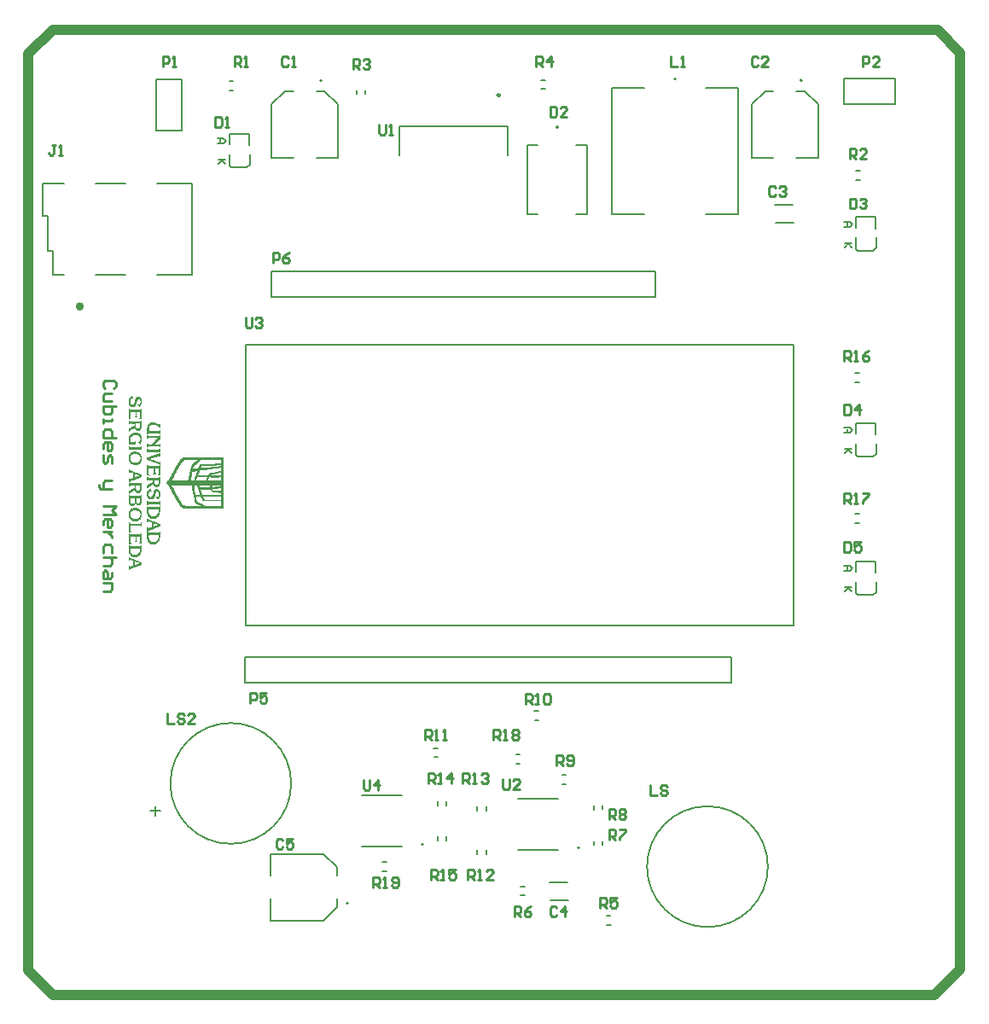
<source format=gto>
G04*
G04 #@! TF.GenerationSoftware,Altium Limited,Altium Designer,22.3.1 (43)*
G04*
G04 Layer_Color=65535*
%FSLAX23Y23*%
%MOIN*%
G70*
G04*
G04 #@! TF.SameCoordinates,1274CE9F-09AF-47AB-B1D0-44CBEC0A274A*
G04*
G04*
G04 #@! TF.FilePolarity,Positive*
G04*
G01*
G75*
%ADD10C,0.008*%
%ADD11C,0.006*%
%ADD12C,0.016*%
%ADD13C,0.010*%
%ADD14C,0.005*%
%ADD15C,0.039*%
%ADD16C,0.010*%
%ADD17C,0.006*%
G36*
X1799Y3492D02*
X1800D01*
Y3491D01*
X1801D01*
Y3489D01*
X1802D01*
Y3488D01*
X1802D01*
Y3486D01*
X1803D01*
Y3485D01*
X1804D01*
Y3484D01*
X1805D01*
Y3482D01*
X1804D01*
Y3481D01*
X1802D01*
Y3482D01*
X1797D01*
Y3481D01*
X1796D01*
Y3480D01*
X1795D01*
Y3479D01*
X1794D01*
Y3478D01*
X1794D01*
Y3476D01*
X1793D01*
Y3465D01*
X1794D01*
Y3463D01*
X1794D01*
Y3461D01*
X1795D01*
Y3460D01*
X1797D01*
Y3460D01*
X1799D01*
Y3459D01*
X1802D01*
Y3460D01*
X1804D01*
Y3460D01*
X1805D01*
Y3461D01*
X1806D01*
Y3463D01*
X1807D01*
Y3465D01*
X1808D01*
Y3468D01*
X1809D01*
Y3471D01*
X1810D01*
Y3476D01*
X1810D01*
Y3478D01*
X1811D01*
Y3481D01*
X1812D01*
Y3483D01*
X1813D01*
Y3484D01*
X1814D01*
Y3485D01*
X1815D01*
Y3486D01*
X1816D01*
Y3487D01*
X1817D01*
Y3488D01*
X1818D01*
Y3489D01*
X1820D01*
Y3490D01*
X1827D01*
Y3489D01*
X1830D01*
Y3488D01*
X1831D01*
Y3487D01*
X1832D01*
Y3486D01*
X1833D01*
Y3485D01*
X1834D01*
Y3484D01*
X1834D01*
Y3484D01*
X1835D01*
Y3482D01*
X1836D01*
Y3479D01*
X1837D01*
Y3476D01*
X1838D01*
Y3466D01*
X1837D01*
Y3462D01*
X1836D01*
Y3460D01*
X1835D01*
Y3458D01*
X1834D01*
Y3456D01*
X1834D01*
Y3455D01*
X1833D01*
Y3454D01*
X1832D01*
Y3453D01*
X1831D01*
Y3452D01*
X1830D01*
Y3452D01*
X1829D01*
Y3451D01*
X1827D01*
Y3452D01*
X1826D01*
Y3452D01*
X1826D01*
Y3454D01*
X1824D01*
Y3456D01*
X1823D01*
Y3457D01*
X1822D01*
Y3458D01*
X1821D01*
Y3459D01*
X1822D01*
Y3460D01*
X1823D01*
Y3460D01*
X1824D01*
Y3460D01*
X1826D01*
Y3460D01*
X1828D01*
Y3461D01*
X1829D01*
Y3463D01*
X1830D01*
Y3465D01*
X1831D01*
Y3468D01*
X1832D01*
Y3474D01*
X1831D01*
Y3476D01*
X1830D01*
Y3478D01*
X1829D01*
Y3479D01*
X1828D01*
Y3480D01*
X1823D01*
Y3479D01*
X1822D01*
Y3478D01*
X1821D01*
Y3476D01*
X1820D01*
Y3474D01*
X1819D01*
Y3471D01*
X1818D01*
Y3468D01*
X1818D01*
Y3464D01*
X1817D01*
Y3461D01*
X1816D01*
Y3459D01*
X1815D01*
Y3457D01*
X1814D01*
Y3456D01*
X1813D01*
Y3454D01*
X1812D01*
Y3453D01*
X1811D01*
Y3452D01*
X1810D01*
Y3452D01*
X1810D01*
Y3451D01*
X1807D01*
Y3450D01*
X1797D01*
Y3451D01*
X1794D01*
Y3452D01*
X1794D01*
Y3452D01*
X1792D01*
Y3453D01*
X1791D01*
Y3454D01*
X1790D01*
Y3456D01*
X1789D01*
Y3457D01*
X1788D01*
Y3459D01*
X1787D01*
Y3461D01*
X1786D01*
Y3465D01*
X1786D01*
Y3476D01*
X1786D01*
Y3480D01*
X1787D01*
Y3482D01*
X1788D01*
Y3484D01*
X1789D01*
Y3485D01*
X1790D01*
Y3486D01*
X1791D01*
Y3487D01*
X1792D01*
Y3488D01*
X1793D01*
Y3489D01*
X1794D01*
Y3490D01*
X1795D01*
Y3491D01*
X1796D01*
Y3492D01*
X1797D01*
Y3492D01*
X1799D01*
Y3492D01*
D02*
G37*
G36*
X1837Y3404D02*
X1836D01*
Y3403D01*
X1827D01*
Y3407D01*
X1829D01*
Y3408D01*
X1830D01*
Y3411D01*
X1831D01*
Y3431D01*
X1818D01*
Y3430D01*
X1818D01*
Y3415D01*
X1818D01*
Y3412D01*
X1820D01*
Y3411D01*
X1821D01*
Y3409D01*
X1809D01*
Y3411D01*
X1810D01*
Y3411D01*
X1810D01*
Y3412D01*
X1811D01*
Y3413D01*
X1812D01*
Y3431D01*
X1793D01*
Y3409D01*
X1794D01*
Y3407D01*
X1794D01*
Y3406D01*
X1795D01*
Y3405D01*
X1797D01*
Y3402D01*
X1787D01*
Y3403D01*
X1786D01*
Y3443D01*
X1790D01*
Y3442D01*
X1791D01*
Y3441D01*
X1833D01*
Y3442D01*
X1834D01*
Y3443D01*
X1837D01*
Y3404D01*
D02*
G37*
G36*
X1836Y3397D02*
X1837D01*
Y3373D01*
X1836D01*
Y3367D01*
X1835D01*
Y3364D01*
X1834D01*
Y3363D01*
X1834D01*
Y3362D01*
X1833D01*
Y3361D01*
X1832D01*
Y3360D01*
X1831D01*
Y3359D01*
X1829D01*
Y3358D01*
X1826D01*
Y3357D01*
X1820D01*
Y3358D01*
X1818D01*
Y3359D01*
X1816D01*
Y3360D01*
X1815D01*
Y3361D01*
X1813D01*
Y3363D01*
X1812D01*
Y3363D01*
X1811D01*
Y3365D01*
X1810D01*
Y3368D01*
X1809D01*
Y3367D01*
X1807D01*
Y3366D01*
X1806D01*
Y3365D01*
X1804D01*
Y3364D01*
X1802D01*
Y3363D01*
X1802D01*
Y3363D01*
X1800D01*
Y3362D01*
X1798D01*
Y3361D01*
X1797D01*
Y3360D01*
X1795D01*
Y3359D01*
X1794D01*
Y3358D01*
X1793D01*
Y3357D01*
X1791D01*
Y3356D01*
X1790D01*
Y3355D01*
X1789D01*
Y3354D01*
X1787D01*
Y3355D01*
X1786D01*
Y3365D01*
X1787D01*
Y3366D01*
X1788D01*
Y3367D01*
X1790D01*
Y3368D01*
X1792D01*
Y3369D01*
X1794D01*
Y3370D01*
X1794D01*
Y3371D01*
X1796D01*
Y3371D01*
X1798D01*
Y3372D01*
X1800D01*
Y3373D01*
X1801D01*
Y3374D01*
X1802D01*
Y3375D01*
X1804D01*
Y3376D01*
X1806D01*
Y3377D01*
X1807D01*
Y3378D01*
X1809D01*
Y3385D01*
X1796D01*
Y3386D01*
X1794D01*
Y3385D01*
X1791D01*
Y3384D01*
X1790D01*
Y3383D01*
X1789D01*
Y3382D01*
X1787D01*
Y3383D01*
X1786D01*
Y3398D01*
X1790D01*
Y3395D01*
X1833D01*
Y3396D01*
X1834D01*
Y3398D01*
X1836D01*
Y3397D01*
D02*
G37*
G36*
X1886Y3389D02*
X1890D01*
Y3388D01*
X1892D01*
Y3387D01*
X1894D01*
Y3387D01*
X1896D01*
Y3386D01*
X1898D01*
Y3385D01*
X1899D01*
Y3384D01*
X1901D01*
Y3383D01*
X1903D01*
Y3382D01*
X1906D01*
Y3383D01*
X1906D01*
Y3384D01*
X1909D01*
Y3370D01*
X1906D01*
Y3371D01*
X1905D01*
Y3372D01*
X1904D01*
Y3373D01*
X1903D01*
Y3374D01*
X1902D01*
Y3375D01*
X1900D01*
Y3376D01*
X1898D01*
Y3377D01*
X1897D01*
Y3378D01*
X1895D01*
Y3379D01*
X1892D01*
Y3379D01*
X1890D01*
Y3380D01*
X1875D01*
Y3379D01*
X1874D01*
Y3379D01*
X1872D01*
Y3378D01*
X1870D01*
Y3377D01*
X1869D01*
Y3376D01*
X1868D01*
Y3374D01*
X1867D01*
Y3373D01*
X1866D01*
Y3371D01*
X1866D01*
Y3356D01*
X1905D01*
Y3357D01*
X1906D01*
Y3359D01*
X1909D01*
Y3344D01*
X1906D01*
Y3346D01*
X1905D01*
Y3347D01*
X1863D01*
Y3346D01*
X1862D01*
Y3344D01*
X1858D01*
Y3371D01*
X1859D01*
Y3377D01*
X1860D01*
Y3379D01*
X1861D01*
Y3380D01*
X1862D01*
Y3382D01*
X1863D01*
Y3383D01*
X1864D01*
Y3384D01*
X1865D01*
Y3385D01*
X1866D01*
Y3386D01*
X1866D01*
Y3387D01*
X1867D01*
Y3387D01*
X1869D01*
Y3388D01*
X1871D01*
Y3389D01*
X1874D01*
Y3390D01*
X1886D01*
Y3389D01*
D02*
G37*
G36*
X1817Y3350D02*
X1821D01*
Y3349D01*
X1824D01*
Y3348D01*
X1826D01*
Y3347D01*
X1827D01*
Y3347D01*
X1828D01*
Y3346D01*
X1829D01*
Y3345D01*
X1831D01*
Y3344D01*
X1832D01*
Y3342D01*
X1833D01*
Y3341D01*
X1834D01*
Y3340D01*
X1834D01*
Y3339D01*
X1835D01*
Y3337D01*
X1836D01*
Y3334D01*
X1837D01*
Y3331D01*
X1838D01*
Y3320D01*
X1837D01*
Y3315D01*
X1836D01*
Y3313D01*
X1835D01*
Y3311D01*
X1834D01*
Y3309D01*
X1834D01*
Y3307D01*
X1833D01*
Y3307D01*
X1832D01*
Y3305D01*
X1831D01*
Y3304D01*
X1830D01*
Y3305D01*
X1829D01*
Y3306D01*
X1828D01*
Y3307D01*
X1827D01*
Y3307D01*
X1826D01*
Y3308D01*
X1826D01*
Y3309D01*
X1825D01*
Y3310D01*
X1824D01*
Y3311D01*
X1823D01*
Y3312D01*
X1822D01*
Y3313D01*
X1821D01*
Y3314D01*
X1822D01*
Y3315D01*
X1823D01*
Y3315D01*
X1828D01*
Y3316D01*
X1829D01*
Y3318D01*
X1830D01*
Y3320D01*
X1831D01*
Y3323D01*
X1832D01*
Y3327D01*
X1831D01*
Y3331D01*
X1830D01*
Y3332D01*
X1829D01*
Y3334D01*
X1828D01*
Y3335D01*
X1827D01*
Y3336D01*
X1826D01*
Y3337D01*
X1826D01*
Y3338D01*
X1825D01*
Y3339D01*
X1823D01*
Y3339D01*
X1820D01*
Y3340D01*
X1816D01*
Y3341D01*
X1810D01*
Y3340D01*
X1807D01*
Y3339D01*
X1804D01*
Y3339D01*
X1802D01*
Y3338D01*
X1801D01*
Y3337D01*
X1800D01*
Y3336D01*
X1799D01*
Y3335D01*
X1798D01*
Y3334D01*
X1797D01*
Y3333D01*
X1796D01*
Y3332D01*
X1795D01*
Y3331D01*
X1794D01*
Y3329D01*
X1794D01*
Y3326D01*
X1793D01*
Y3322D01*
X1792D01*
Y3315D01*
X1793D01*
Y3314D01*
X1810D01*
Y3315D01*
X1811D01*
Y3316D01*
X1813D01*
Y3317D01*
X1814D01*
Y3316D01*
X1815D01*
Y3302D01*
X1811D01*
Y3304D01*
X1810D01*
Y3305D01*
X1791D01*
Y3304D01*
X1790D01*
Y3302D01*
X1786D01*
Y3314D01*
X1786D01*
Y3324D01*
X1786D01*
Y3331D01*
X1787D01*
Y3334D01*
X1788D01*
Y3336D01*
X1789D01*
Y3338D01*
X1790D01*
Y3339D01*
X1791D01*
Y3340D01*
X1792D01*
Y3341D01*
X1793D01*
Y3343D01*
X1794D01*
Y3344D01*
X1795D01*
Y3345D01*
X1796D01*
Y3346D01*
X1797D01*
Y3347D01*
X1799D01*
Y3347D01*
X1800D01*
Y3348D01*
X1802D01*
Y3349D01*
X1805D01*
Y3350D01*
X1810D01*
Y3351D01*
X1817D01*
Y3350D01*
D02*
G37*
G36*
X1861Y3339D02*
X1862D01*
Y3337D01*
X1864D01*
Y3336D01*
X1905D01*
Y3337D01*
X1906D01*
Y3339D01*
X1909D01*
Y3324D01*
X1908D01*
Y3323D01*
X1907D01*
Y3323D01*
X1906D01*
Y3322D01*
X1906D01*
Y3321D01*
X1905D01*
Y3320D01*
X1904D01*
Y3319D01*
X1903D01*
Y3318D01*
X1902D01*
Y3317D01*
X1901D01*
Y3316D01*
X1900D01*
Y3315D01*
X1899D01*
Y3315D01*
X1898D01*
Y3314D01*
X1898D01*
Y3313D01*
X1897D01*
Y3312D01*
X1896D01*
Y3311D01*
X1895D01*
Y3310D01*
X1894D01*
Y3309D01*
X1893D01*
Y3308D01*
X1892D01*
Y3307D01*
X1891D01*
Y3307D01*
X1890D01*
Y3306D01*
X1890D01*
Y3305D01*
X1889D01*
Y3304D01*
X1888D01*
Y3303D01*
X1905D01*
Y3304D01*
X1906D01*
Y3306D01*
X1909D01*
Y3294D01*
X1908D01*
Y3293D01*
X1906D01*
Y3294D01*
X1906D01*
Y3296D01*
X1862D01*
Y3294D01*
X1861D01*
Y3293D01*
X1859D01*
Y3294D01*
X1858D01*
Y3306D01*
X1859D01*
Y3307D01*
X1860D01*
Y3306D01*
X1862D01*
Y3304D01*
X1863D01*
Y3303D01*
X1874D01*
Y3304D01*
X1875D01*
Y3305D01*
X1876D01*
Y3306D01*
X1877D01*
Y3307D01*
X1878D01*
Y3307D01*
X1879D01*
Y3308D01*
X1880D01*
Y3309D01*
X1881D01*
Y3310D01*
X1882D01*
Y3311D01*
X1882D01*
Y3312D01*
X1883D01*
Y3313D01*
X1884D01*
Y3314D01*
X1885D01*
Y3315D01*
X1886D01*
Y3315D01*
X1887D01*
Y3316D01*
X1888D01*
Y3318D01*
X1889D01*
Y3319D01*
X1890D01*
Y3320D01*
X1890D01*
Y3321D01*
X1891D01*
Y3322D01*
X1892D01*
Y3323D01*
X1893D01*
Y3323D01*
X1894D01*
Y3324D01*
X1895D01*
Y3325D01*
X1896D01*
Y3326D01*
X1897D01*
Y3327D01*
X1898D01*
Y3328D01*
X1898D01*
Y3329D01*
X1863D01*
Y3328D01*
X1862D01*
Y3326D01*
X1858D01*
Y3339D01*
X1859D01*
Y3339D01*
X1861D01*
Y3339D01*
D02*
G37*
G36*
X1837Y3282D02*
X1834D01*
Y3283D01*
X1832D01*
Y3284D01*
X1792D01*
Y3283D01*
X1790D01*
Y3282D01*
X1786D01*
Y3297D01*
X1790D01*
Y3295D01*
X1791D01*
Y3294D01*
X1833D01*
Y3295D01*
X1834D01*
Y3297D01*
X1837D01*
Y3282D01*
D02*
G37*
G36*
X1909Y3273D02*
X1908D01*
Y3272D01*
X1906D01*
Y3273D01*
X1906D01*
Y3275D01*
X1904D01*
Y3275D01*
X1863D01*
Y3275D01*
X1862D01*
Y3273D01*
X1858D01*
Y3288D01*
X1862D01*
Y3286D01*
X1863D01*
Y3285D01*
X1905D01*
Y3286D01*
X1906D01*
Y3288D01*
X1909D01*
Y3273D01*
D02*
G37*
G36*
Y3256D02*
X1906D01*
Y3257D01*
X1906D01*
Y3258D01*
X1901D01*
Y3257D01*
X1898D01*
Y3256D01*
X1896D01*
Y3255D01*
X1893D01*
Y3254D01*
X1890D01*
Y3253D01*
X1888D01*
Y3252D01*
X1884D01*
Y3251D01*
X1882D01*
Y3251D01*
X1880D01*
Y3250D01*
X1877D01*
Y3249D01*
X1874D01*
Y3248D01*
X1872D01*
Y3247D01*
X1871D01*
Y3246D01*
X1874D01*
Y3245D01*
X1875D01*
Y3244D01*
X1879D01*
Y3243D01*
X1881D01*
Y3243D01*
X1883D01*
Y3242D01*
X1886D01*
Y3241D01*
X1889D01*
Y3240D01*
X1891D01*
Y3239D01*
X1894D01*
Y3238D01*
X1897D01*
Y3237D01*
X1899D01*
Y3236D01*
X1902D01*
Y3235D01*
X1906D01*
Y3237D01*
X1909D01*
Y3225D01*
X1906D01*
Y3227D01*
X1905D01*
Y3227D01*
X1903D01*
Y3228D01*
X1900D01*
Y3229D01*
X1898D01*
Y3230D01*
X1896D01*
Y3231D01*
X1893D01*
Y3232D01*
X1890D01*
Y3233D01*
X1888D01*
Y3234D01*
X1885D01*
Y3235D01*
X1882D01*
Y3235D01*
X1880D01*
Y3236D01*
X1878D01*
Y3237D01*
X1874D01*
Y3238D01*
X1872D01*
Y3239D01*
X1870D01*
Y3240D01*
X1867D01*
Y3241D01*
X1865D01*
Y3242D01*
X1862D01*
Y3243D01*
X1859D01*
Y3243D01*
X1858D01*
Y3253D01*
X1860D01*
Y3254D01*
X1863D01*
Y3255D01*
X1866D01*
Y3256D01*
X1868D01*
Y3257D01*
X1871D01*
Y3258D01*
X1874D01*
Y3259D01*
X1875D01*
Y3259D01*
X1879D01*
Y3260D01*
X1882D01*
Y3261D01*
X1884D01*
Y3262D01*
X1886D01*
Y3263D01*
X1889D01*
Y3264D01*
X1892D01*
Y3265D01*
X1894D01*
Y3266D01*
X1897D01*
Y3267D01*
X1899D01*
Y3267D01*
X1902D01*
Y3268D01*
X1905D01*
Y3269D01*
X1906D01*
Y3271D01*
X1909D01*
Y3256D01*
D02*
G37*
G36*
X2155Y3254D02*
X2157D01*
Y3052D01*
X2006D01*
Y3053D01*
X2002D01*
Y3054D01*
X1999D01*
Y3055D01*
X1997D01*
Y3056D01*
X1995D01*
Y3057D01*
X1994D01*
Y3058D01*
X1993D01*
Y3059D01*
X1991D01*
Y3059D01*
X1990D01*
Y3060D01*
X1989D01*
Y3061D01*
X1988D01*
Y3062D01*
X1987D01*
Y3063D01*
X1986D01*
Y3065D01*
X1986D01*
Y3066D01*
X1985D01*
Y3067D01*
X1984D01*
Y3068D01*
X1983D01*
Y3070D01*
X1982D01*
Y3072D01*
X1981D01*
Y3073D01*
X1980D01*
Y3075D01*
X1979D01*
Y3076D01*
X1978D01*
Y3077D01*
X1978D01*
Y3079D01*
X1977D01*
Y3081D01*
X1976D01*
Y3082D01*
X1975D01*
Y3083D01*
X1974D01*
Y3084D01*
X1973D01*
Y3086D01*
X1972D01*
Y3088D01*
X1971D01*
Y3089D01*
X1970D01*
Y3091D01*
X1970D01*
Y3092D01*
X1969D01*
Y3094D01*
X1968D01*
Y3095D01*
X1967D01*
Y3097D01*
X1966D01*
Y3099D01*
X1965D01*
Y3100D01*
X1964D01*
Y3102D01*
X1963D01*
Y3103D01*
X1962D01*
Y3105D01*
X1962D01*
Y3107D01*
X1961D01*
Y3108D01*
X1960D01*
Y3109D01*
X1959D01*
Y3111D01*
X1958D01*
Y3113D01*
X1957D01*
Y3115D01*
X1956D01*
Y3116D01*
X1955D01*
Y3118D01*
X1954D01*
Y3120D01*
X1954D01*
Y3122D01*
X1953D01*
Y3124D01*
X1952D01*
Y3126D01*
X1951D01*
Y3128D01*
X1950D01*
Y3130D01*
X1949D01*
Y3131D01*
X1948D01*
Y3133D01*
X1947D01*
Y3134D01*
X1946D01*
Y3136D01*
X1946D01*
Y3138D01*
X1945D01*
Y3139D01*
X1944D01*
Y3139D01*
X1943D01*
Y3141D01*
X1942D01*
Y3142D01*
X1941D01*
Y3143D01*
X1940D01*
Y3144D01*
X1939D01*
Y3146D01*
X1938D01*
Y3147D01*
X1938D01*
Y3147D01*
X1937D01*
Y3148D01*
X1936D01*
Y3149D01*
X1935D01*
Y3150D01*
X1934D01*
Y3151D01*
X1933D01*
Y3152D01*
X1932D01*
Y3153D01*
X1931D01*
Y3154D01*
X1932D01*
Y3155D01*
X1933D01*
Y3155D01*
X1934D01*
Y3156D01*
X1935D01*
Y3157D01*
X1936D01*
Y3158D01*
X1937D01*
Y3160D01*
X1938D01*
Y3161D01*
X1938D01*
Y3162D01*
X1939D01*
Y3163D01*
X1940D01*
Y3163D01*
X1941D01*
Y3165D01*
X1942D01*
Y3166D01*
X1943D01*
Y3167D01*
X1944D01*
Y3169D01*
X1945D01*
Y3170D01*
X1946D01*
Y3171D01*
X1946D01*
Y3172D01*
X1947D01*
Y3174D01*
X1948D01*
Y3176D01*
X1949D01*
Y3178D01*
X1950D01*
Y3179D01*
X1951D01*
Y3181D01*
X1952D01*
Y3183D01*
X1953D01*
Y3185D01*
X1954D01*
Y3187D01*
X1954D01*
Y3188D01*
X1955D01*
Y3190D01*
X1956D01*
Y3192D01*
X1957D01*
Y3194D01*
X1958D01*
Y3195D01*
X1959D01*
Y3197D01*
X1960D01*
Y3199D01*
X1961D01*
Y3200D01*
X1962D01*
Y3202D01*
X1962D01*
Y3203D01*
X1963D01*
Y3205D01*
X1964D01*
Y3207D01*
X1965D01*
Y3208D01*
X1966D01*
Y3210D01*
X1967D01*
Y3211D01*
X1968D01*
Y3213D01*
X1969D01*
Y3214D01*
X1970D01*
Y3216D01*
X1970D01*
Y3218D01*
X1971D01*
Y3219D01*
X1972D01*
Y3220D01*
X1973D01*
Y3222D01*
X1974D01*
Y3224D01*
X1975D01*
Y3225D01*
X1976D01*
Y3227D01*
X1977D01*
Y3228D01*
X1978D01*
Y3229D01*
X1978D01*
Y3231D01*
X1979D01*
Y3232D01*
X1980D01*
Y3234D01*
X1981D01*
Y3235D01*
X1982D01*
Y3236D01*
X1983D01*
Y3238D01*
X1984D01*
Y3240D01*
X1985D01*
Y3241D01*
X1986D01*
Y3243D01*
X1986D01*
Y3243D01*
X1987D01*
Y3245D01*
X1988D01*
Y3246D01*
X1989D01*
Y3247D01*
X1990D01*
Y3248D01*
X1992D01*
Y3249D01*
X1993D01*
Y3250D01*
X1994D01*
Y3251D01*
X1996D01*
Y3251D01*
X1998D01*
Y3252D01*
X2001D01*
Y3253D01*
X2004D01*
Y3254D01*
X2011D01*
Y3255D01*
X2027D01*
Y3254D01*
X2046D01*
Y3255D01*
X2063D01*
Y3254D01*
X2082D01*
Y3255D01*
X2098D01*
Y3254D01*
X2117D01*
Y3255D01*
X2134D01*
Y3254D01*
X2153D01*
Y3255D01*
X2155D01*
Y3254D01*
D02*
G37*
G36*
X1818Y3275D02*
X1821D01*
Y3275D01*
X1823D01*
Y3274D01*
X1825D01*
Y3273D01*
X1826D01*
Y3272D01*
X1827D01*
Y3271D01*
X1829D01*
Y3270D01*
X1830D01*
Y3269D01*
X1831D01*
Y3268D01*
X1832D01*
Y3267D01*
X1833D01*
Y3266D01*
X1834D01*
Y3265D01*
X1834D01*
Y3263D01*
X1835D01*
Y3261D01*
X1836D01*
Y3259D01*
X1837D01*
Y3254D01*
X1838D01*
Y3245D01*
X1837D01*
Y3241D01*
X1836D01*
Y3238D01*
X1835D01*
Y3236D01*
X1834D01*
Y3235D01*
X1834D01*
Y3234D01*
X1833D01*
Y3233D01*
X1832D01*
Y3231D01*
X1831D01*
Y3230D01*
X1830D01*
Y3229D01*
X1829D01*
Y3228D01*
X1827D01*
Y3227D01*
X1826D01*
Y3227D01*
X1825D01*
Y3226D01*
X1823D01*
Y3225D01*
X1820D01*
Y3224D01*
X1817D01*
Y3223D01*
X1809D01*
Y3224D01*
X1803D01*
Y3225D01*
X1802D01*
Y3226D01*
X1799D01*
Y3227D01*
X1797D01*
Y3227D01*
X1796D01*
Y3228D01*
X1795D01*
Y3229D01*
X1794D01*
Y3230D01*
X1793D01*
Y3231D01*
X1792D01*
Y3233D01*
X1791D01*
Y3234D01*
X1790D01*
Y3235D01*
X1789D01*
Y3236D01*
X1788D01*
Y3238D01*
X1787D01*
Y3241D01*
X1786D01*
Y3246D01*
X1786D01*
Y3254D01*
X1786D01*
Y3259D01*
X1787D01*
Y3261D01*
X1788D01*
Y3264D01*
X1789D01*
Y3265D01*
X1790D01*
Y3267D01*
X1791D01*
Y3267D01*
X1792D01*
Y3268D01*
X1793D01*
Y3269D01*
X1794D01*
Y3270D01*
X1794D01*
Y3271D01*
X1795D01*
Y3272D01*
X1796D01*
Y3273D01*
X1798D01*
Y3274D01*
X1800D01*
Y3275D01*
X1802D01*
Y3275D01*
X1805D01*
Y3276D01*
X1818D01*
Y3275D01*
D02*
G37*
G36*
X1909Y3184D02*
X1899D01*
Y3187D01*
X1900D01*
Y3187D01*
X1901D01*
Y3188D01*
X1902D01*
Y3189D01*
X1903D01*
Y3211D01*
X1890D01*
Y3211D01*
X1890D01*
Y3202D01*
X1890D01*
Y3193D01*
X1891D01*
Y3192D01*
X1893D01*
Y3188D01*
X1881D01*
Y3191D01*
X1882D01*
Y3192D01*
X1883D01*
Y3193D01*
X1884D01*
Y3211D01*
X1865D01*
Y3188D01*
X1866D01*
Y3187D01*
X1866D01*
Y3186D01*
X1868D01*
Y3185D01*
X1869D01*
Y3181D01*
X1866D01*
Y3182D01*
X1861D01*
Y3181D01*
X1860D01*
Y3182D01*
X1858D01*
Y3224D01*
X1862D01*
Y3221D01*
X1866D01*
Y3220D01*
X1902D01*
Y3221D01*
X1906D01*
Y3223D01*
X1906D01*
Y3224D01*
X1909D01*
Y3184D01*
D02*
G37*
G36*
Y3150D02*
X1908D01*
Y3147D01*
X1907D01*
Y3144D01*
X1906D01*
Y3142D01*
X1906D01*
Y3141D01*
X1905D01*
Y3140D01*
X1904D01*
Y3139D01*
X1903D01*
Y3139D01*
X1901D01*
Y3138D01*
X1898D01*
Y3137D01*
X1891D01*
Y3138D01*
X1890D01*
Y3139D01*
X1888D01*
Y3139D01*
X1887D01*
Y3140D01*
X1885D01*
Y3142D01*
X1884D01*
Y3143D01*
X1883D01*
Y3145D01*
X1882D01*
Y3147D01*
X1881D01*
Y3147D01*
X1879D01*
Y3146D01*
X1878D01*
Y3145D01*
X1876D01*
Y3144D01*
X1874D01*
Y3143D01*
X1873D01*
Y3142D01*
X1872D01*
Y3141D01*
X1870D01*
Y3140D01*
X1868D01*
Y3139D01*
X1867D01*
Y3139D01*
X1866D01*
Y3138D01*
X1864D01*
Y3137D01*
X1863D01*
Y3136D01*
X1862D01*
Y3134D01*
X1861D01*
Y3133D01*
X1858D01*
Y3145D01*
X1859D01*
Y3146D01*
X1860D01*
Y3147D01*
X1862D01*
Y3147D01*
X1864D01*
Y3148D01*
X1865D01*
Y3149D01*
X1866D01*
Y3150D01*
X1868D01*
Y3151D01*
X1869D01*
Y3152D01*
X1871D01*
Y3153D01*
X1873D01*
Y3154D01*
X1874D01*
Y3155D01*
X1876D01*
Y3155D01*
X1877D01*
Y3156D01*
X1879D01*
Y3157D01*
X1881D01*
Y3165D01*
X1864D01*
Y3164D01*
X1862D01*
Y3163D01*
X1858D01*
Y3178D01*
X1862D01*
Y3176D01*
X1863D01*
Y3175D01*
X1905D01*
Y3176D01*
X1906D01*
Y3178D01*
X1909D01*
Y3150D01*
D02*
G37*
G36*
X1790Y3204D02*
X1791D01*
Y3203D01*
X1793D01*
Y3203D01*
X1794D01*
Y3202D01*
X1797D01*
Y3201D01*
X1800D01*
Y3200D01*
X1802D01*
Y3199D01*
X1803D01*
Y3198D01*
X1806D01*
Y3197D01*
X1809D01*
Y3196D01*
X1810D01*
Y3195D01*
X1813D01*
Y3195D01*
X1816D01*
Y3194D01*
X1818D01*
Y3193D01*
X1820D01*
Y3192D01*
X1822D01*
Y3191D01*
X1825D01*
Y3190D01*
X1827D01*
Y3189D01*
X1829D01*
Y3188D01*
X1832D01*
Y3187D01*
X1834D01*
Y3187D01*
X1836D01*
Y3186D01*
X1837D01*
Y3176D01*
X1835D01*
Y3175D01*
X1834D01*
Y3174D01*
X1831D01*
Y3173D01*
X1828D01*
Y3172D01*
X1826D01*
Y3171D01*
X1824D01*
Y3171D01*
X1821D01*
Y3170D01*
X1819D01*
Y3169D01*
X1817D01*
Y3168D01*
X1815D01*
Y3167D01*
X1812D01*
Y3166D01*
X1810D01*
Y3165D01*
X1808D01*
Y3164D01*
X1805D01*
Y3163D01*
X1803D01*
Y3163D01*
X1801D01*
Y3162D01*
X1798D01*
Y3161D01*
X1796D01*
Y3160D01*
X1794D01*
Y3159D01*
X1792D01*
Y3158D01*
X1791D01*
Y3157D01*
X1790D01*
Y3156D01*
X1787D01*
Y3157D01*
X1786D01*
Y3171D01*
X1790D01*
Y3170D01*
X1794D01*
Y3171D01*
X1797D01*
Y3171D01*
X1800D01*
Y3172D01*
X1802D01*
Y3173D01*
X1804D01*
Y3174D01*
X1805D01*
Y3191D01*
X1803D01*
Y3192D01*
X1802D01*
Y3193D01*
X1799D01*
Y3194D01*
X1796D01*
Y3195D01*
X1794D01*
Y3195D01*
X1791D01*
Y3195D01*
X1790D01*
Y3193D01*
X1786D01*
Y3205D01*
X1787D01*
Y3206D01*
X1790D01*
Y3204D01*
D02*
G37*
G36*
X1837Y3130D02*
X1836D01*
Y3124D01*
X1835D01*
Y3122D01*
X1834D01*
Y3120D01*
X1834D01*
Y3119D01*
X1833D01*
Y3117D01*
X1832D01*
Y3116D01*
X1830D01*
Y3115D01*
X1828D01*
Y3115D01*
X1818D01*
Y3115D01*
X1816D01*
Y3116D01*
X1815D01*
Y3117D01*
X1814D01*
Y3118D01*
X1813D01*
Y3119D01*
X1812D01*
Y3120D01*
X1811D01*
Y3122D01*
X1810D01*
Y3124D01*
X1808D01*
Y3123D01*
X1807D01*
Y3123D01*
X1805D01*
Y3122D01*
X1803D01*
Y3121D01*
X1802D01*
Y3120D01*
X1801D01*
Y3119D01*
X1799D01*
Y3118D01*
X1798D01*
Y3117D01*
X1796D01*
Y3116D01*
X1794D01*
Y3115D01*
X1794D01*
Y3115D01*
X1792D01*
Y3114D01*
X1791D01*
Y3113D01*
X1790D01*
Y3111D01*
X1789D01*
Y3110D01*
X1787D01*
Y3111D01*
X1786D01*
Y3123D01*
X1788D01*
Y3123D01*
X1789D01*
Y3124D01*
X1791D01*
Y3125D01*
X1793D01*
Y3126D01*
X1794D01*
Y3127D01*
X1796D01*
Y3128D01*
X1797D01*
Y3129D01*
X1799D01*
Y3130D01*
X1801D01*
Y3131D01*
X1802D01*
Y3131D01*
X1803D01*
Y3132D01*
X1805D01*
Y3133D01*
X1807D01*
Y3134D01*
X1808D01*
Y3135D01*
X1809D01*
Y3142D01*
X1792D01*
Y3141D01*
X1790D01*
Y3139D01*
X1786D01*
Y3155D01*
X1790D01*
Y3153D01*
X1791D01*
Y3152D01*
X1833D01*
Y3153D01*
X1834D01*
Y3155D01*
X1837D01*
Y3130D01*
D02*
G37*
G36*
X1836Y3107D02*
X1837D01*
Y3081D01*
X1836D01*
Y3075D01*
X1835D01*
Y3073D01*
X1834D01*
Y3071D01*
X1834D01*
Y3070D01*
X1833D01*
Y3069D01*
X1832D01*
Y3068D01*
X1830D01*
Y3067D01*
X1827D01*
Y3067D01*
X1823D01*
Y3067D01*
X1820D01*
Y3068D01*
X1818D01*
Y3069D01*
X1818D01*
Y3070D01*
X1817D01*
Y3071D01*
X1816D01*
Y3073D01*
X1815D01*
Y3074D01*
X1813D01*
Y3071D01*
X1812D01*
Y3069D01*
X1811D01*
Y3068D01*
X1810D01*
Y3067D01*
X1810D01*
Y3067D01*
X1809D01*
Y3066D01*
X1807D01*
Y3065D01*
X1805D01*
Y3064D01*
X1796D01*
Y3065D01*
X1794D01*
Y3066D01*
X1793D01*
Y3067D01*
X1792D01*
Y3067D01*
X1791D01*
Y3068D01*
X1790D01*
Y3069D01*
X1789D01*
Y3071D01*
X1788D01*
Y3073D01*
X1787D01*
Y3080D01*
X1786D01*
Y3107D01*
X1787D01*
Y3107D01*
X1790D01*
Y3106D01*
X1791D01*
Y3105D01*
X1833D01*
Y3106D01*
X1834D01*
Y3107D01*
X1836D01*
Y3107D01*
D02*
G37*
G36*
X1871Y3131D02*
X1872D01*
Y3130D01*
X1873D01*
Y3128D01*
X1874D01*
Y3127D01*
X1874D01*
Y3125D01*
X1875D01*
Y3124D01*
X1876D01*
Y3123D01*
X1877D01*
Y3121D01*
X1876D01*
Y3120D01*
X1874D01*
Y3121D01*
X1869D01*
Y3120D01*
X1867D01*
Y3119D01*
X1866D01*
Y3117D01*
X1866D01*
Y3115D01*
X1865D01*
Y3113D01*
X1864D01*
Y3107D01*
X1865D01*
Y3104D01*
X1866D01*
Y3102D01*
X1866D01*
Y3100D01*
X1867D01*
Y3099D01*
X1869D01*
Y3099D01*
X1871D01*
Y3098D01*
X1874D01*
Y3099D01*
X1875D01*
Y3099D01*
X1877D01*
Y3100D01*
X1878D01*
Y3102D01*
X1879D01*
Y3104D01*
X1880D01*
Y3107D01*
X1881D01*
Y3111D01*
X1882D01*
Y3115D01*
X1882D01*
Y3117D01*
X1883D01*
Y3120D01*
X1884D01*
Y3122D01*
X1885D01*
Y3123D01*
X1886D01*
Y3124D01*
X1887D01*
Y3126D01*
X1888D01*
Y3127D01*
X1890D01*
Y3128D01*
X1891D01*
Y3129D01*
X1900D01*
Y3128D01*
X1902D01*
Y3127D01*
X1904D01*
Y3126D01*
X1905D01*
Y3125D01*
X1906D01*
Y3124D01*
X1906D01*
Y3123D01*
X1907D01*
Y3121D01*
X1908D01*
Y3119D01*
X1909D01*
Y3116D01*
X1910D01*
Y3104D01*
X1909D01*
Y3100D01*
X1908D01*
Y3098D01*
X1907D01*
Y3097D01*
X1906D01*
Y3095D01*
X1906D01*
Y3094D01*
X1905D01*
Y3092D01*
X1904D01*
Y3091D01*
X1903D01*
Y3091D01*
X1902D01*
Y3090D01*
X1899D01*
Y3091D01*
X1898D01*
Y3091D01*
X1898D01*
Y3093D01*
X1897D01*
Y3094D01*
X1896D01*
Y3095D01*
X1895D01*
Y3096D01*
X1894D01*
Y3097D01*
X1893D01*
Y3098D01*
X1894D01*
Y3099D01*
X1895D01*
Y3099D01*
X1896D01*
Y3099D01*
X1898D01*
Y3099D01*
X1900D01*
Y3100D01*
X1901D01*
Y3101D01*
X1902D01*
Y3103D01*
X1903D01*
Y3107D01*
X1904D01*
Y3114D01*
X1903D01*
Y3116D01*
X1902D01*
Y3117D01*
X1901D01*
Y3118D01*
X1900D01*
Y3119D01*
X1898D01*
Y3120D01*
X1897D01*
Y3119D01*
X1895D01*
Y3118D01*
X1894D01*
Y3117D01*
X1893D01*
Y3115D01*
X1892D01*
Y3114D01*
X1891D01*
Y3110D01*
X1890D01*
Y3107D01*
X1890D01*
Y3103D01*
X1889D01*
Y3100D01*
X1888D01*
Y3098D01*
X1887D01*
Y3096D01*
X1886D01*
Y3094D01*
X1885D01*
Y3093D01*
X1884D01*
Y3092D01*
X1883D01*
Y3091D01*
X1882D01*
Y3091D01*
X1882D01*
Y3090D01*
X1879D01*
Y3089D01*
X1868D01*
Y3090D01*
X1866D01*
Y3091D01*
X1865D01*
Y3091D01*
X1864D01*
Y3092D01*
X1863D01*
Y3093D01*
X1862D01*
Y3094D01*
X1861D01*
Y3096D01*
X1860D01*
Y3098D01*
X1859D01*
Y3099D01*
X1858D01*
Y3102D01*
X1858D01*
Y3116D01*
X1858D01*
Y3120D01*
X1859D01*
Y3122D01*
X1860D01*
Y3123D01*
X1861D01*
Y3124D01*
X1862D01*
Y3125D01*
X1863D01*
Y3127D01*
X1864D01*
Y3128D01*
X1866D01*
Y3129D01*
X1866D01*
Y3130D01*
X1867D01*
Y3131D01*
X1869D01*
Y3131D01*
X1871D01*
Y3131D01*
D02*
G37*
G36*
X1909Y3067D02*
X1908D01*
Y3067D01*
X1906D01*
Y3067D01*
X1906D01*
Y3069D01*
X1904D01*
Y3070D01*
X1864D01*
Y3069D01*
X1862D01*
Y3067D01*
X1861D01*
Y3067D01*
X1859D01*
Y3067D01*
X1858D01*
Y3083D01*
X1862D01*
Y3081D01*
X1863D01*
Y3080D01*
X1906D01*
Y3083D01*
X1909D01*
Y3067D01*
D02*
G37*
G36*
Y3039D02*
X1908D01*
Y3033D01*
X1907D01*
Y3030D01*
X1906D01*
Y3028D01*
X1906D01*
Y3027D01*
X1905D01*
Y3025D01*
X1904D01*
Y3024D01*
X1903D01*
Y3022D01*
X1902D01*
Y3021D01*
X1901D01*
Y3020D01*
X1900D01*
Y3019D01*
X1899D01*
Y3019D01*
X1898D01*
Y3018D01*
X1897D01*
Y3017D01*
X1895D01*
Y3016D01*
X1893D01*
Y3015D01*
X1890D01*
Y3014D01*
X1887D01*
Y3013D01*
X1876D01*
Y3014D01*
X1874D01*
Y3015D01*
X1871D01*
Y3016D01*
X1869D01*
Y3017D01*
X1868D01*
Y3018D01*
X1866D01*
Y3019D01*
X1866D01*
Y3019D01*
X1865D01*
Y3020D01*
X1864D01*
Y3022D01*
X1863D01*
Y3023D01*
X1862D01*
Y3025D01*
X1861D01*
Y3027D01*
X1860D01*
Y3029D01*
X1859D01*
Y3035D01*
X1858D01*
Y3061D01*
X1859D01*
Y3062D01*
X1861D01*
Y3061D01*
X1862D01*
Y3059D01*
X1869D01*
Y3059D01*
X1885D01*
Y3059D01*
X1906D01*
Y3061D01*
X1906D01*
Y3062D01*
X1909D01*
Y3039D01*
D02*
G37*
G36*
X1817Y3056D02*
X1820D01*
Y3055D01*
X1823D01*
Y3054D01*
X1825D01*
Y3053D01*
X1826D01*
Y3052D01*
X1827D01*
Y3051D01*
X1828D01*
Y3051D01*
X1829D01*
Y3050D01*
X1831D01*
Y3048D01*
X1832D01*
Y3047D01*
X1833D01*
Y3046D01*
X1834D01*
Y3044D01*
X1834D01*
Y3043D01*
X1835D01*
Y3042D01*
X1836D01*
Y3039D01*
X1837D01*
Y3035D01*
X1838D01*
Y3026D01*
X1837D01*
Y3021D01*
X1836D01*
Y3019D01*
X1835D01*
Y3017D01*
X1834D01*
Y3015D01*
X1834D01*
Y3014D01*
X1833D01*
Y3012D01*
X1832D01*
Y3011D01*
X1831D01*
Y3011D01*
X1830D01*
Y3010D01*
X1829D01*
Y3009D01*
X1827D01*
Y3008D01*
X1826D01*
Y3007D01*
X1825D01*
Y3006D01*
X1823D01*
Y3005D01*
X1821D01*
Y3004D01*
X1817D01*
Y3003D01*
X1807D01*
Y3004D01*
X1802D01*
Y3005D01*
X1801D01*
Y3006D01*
X1799D01*
Y3007D01*
X1797D01*
Y3008D01*
X1796D01*
Y3009D01*
X1794D01*
Y3010D01*
X1794D01*
Y3011D01*
X1793D01*
Y3011D01*
X1792D01*
Y3012D01*
X1791D01*
Y3014D01*
X1790D01*
Y3015D01*
X1789D01*
Y3017D01*
X1788D01*
Y3019D01*
X1787D01*
Y3021D01*
X1786D01*
Y3027D01*
X1786D01*
Y3035D01*
X1786D01*
Y3039D01*
X1787D01*
Y3042D01*
X1788D01*
Y3044D01*
X1789D01*
Y3045D01*
X1790D01*
Y3047D01*
X1791D01*
Y3048D01*
X1792D01*
Y3049D01*
X1793D01*
Y3050D01*
X1794D01*
Y3051D01*
X1794D01*
Y3051D01*
X1795D01*
Y3052D01*
X1797D01*
Y3053D01*
X1798D01*
Y3054D01*
X1801D01*
Y3055D01*
X1802D01*
Y3056D01*
X1806D01*
Y3057D01*
X1817D01*
Y3056D01*
D02*
G37*
G36*
X1836Y2998D02*
X1837D01*
Y2983D01*
X1834D01*
Y2985D01*
X1833D01*
Y2986D01*
X1814D01*
Y2987D01*
X1795D01*
Y2986D01*
X1793D01*
Y2968D01*
X1794D01*
Y2966D01*
X1794D01*
Y2965D01*
X1795D01*
Y2964D01*
X1798D01*
Y2961D01*
X1787D01*
Y2962D01*
X1786D01*
Y2965D01*
X1787D01*
Y2966D01*
X1786D01*
Y2998D01*
X1787D01*
Y2999D01*
X1789D01*
Y2998D01*
X1790D01*
Y2996D01*
X1792D01*
Y2995D01*
X1832D01*
Y2996D01*
X1834D01*
Y2999D01*
X1836D01*
Y2998D01*
D02*
G37*
G36*
X1861Y3013D02*
X1862D01*
Y3012D01*
X1863D01*
Y3011D01*
X1864D01*
Y3011D01*
X1866D01*
Y3010D01*
X1868D01*
Y3009D01*
X1870D01*
Y3008D01*
X1873D01*
Y3007D01*
X1875D01*
Y3006D01*
X1877D01*
Y3005D01*
X1880D01*
Y3004D01*
X1882D01*
Y3003D01*
X1884D01*
Y3003D01*
X1887D01*
Y3002D01*
X1889D01*
Y3001D01*
X1891D01*
Y3000D01*
X1894D01*
Y2999D01*
X1896D01*
Y2998D01*
X1898D01*
Y2997D01*
X1900D01*
Y2996D01*
X1903D01*
Y2995D01*
X1905D01*
Y2995D01*
X1907D01*
Y2994D01*
X1909D01*
Y2983D01*
X1906D01*
Y2982D01*
X1905D01*
Y2981D01*
X1902D01*
Y2980D01*
X1899D01*
Y2979D01*
X1898D01*
Y2979D01*
X1895D01*
Y2978D01*
X1893D01*
Y2977D01*
X1890D01*
Y2976D01*
X1888D01*
Y2975D01*
X1886D01*
Y2974D01*
X1883D01*
Y2973D01*
X1881D01*
Y2972D01*
X1879D01*
Y2971D01*
X1876D01*
Y2971D01*
X1874D01*
Y2970D01*
X1872D01*
Y2969D01*
X1869D01*
Y2968D01*
X1866D01*
Y2967D01*
X1865D01*
Y2966D01*
X1863D01*
Y2965D01*
X1862D01*
Y2964D01*
X1858D01*
Y2979D01*
X1862D01*
Y2978D01*
X1863D01*
Y2977D01*
X1866D01*
Y2978D01*
X1867D01*
Y2979D01*
X1870D01*
Y2979D01*
X1873D01*
Y2980D01*
X1875D01*
Y2981D01*
X1877D01*
Y2998D01*
X1876D01*
Y2999D01*
X1874D01*
Y3000D01*
X1872D01*
Y3001D01*
X1870D01*
Y3002D01*
X1867D01*
Y3003D01*
X1865D01*
Y3003D01*
X1863D01*
Y3003D01*
X1862D01*
Y3001D01*
X1858D01*
Y3013D01*
X1859D01*
Y3014D01*
X1861D01*
Y3013D01*
D02*
G37*
G36*
X1909Y2939D02*
X1908D01*
Y2933D01*
X1907D01*
Y2931D01*
X1906D01*
Y2928D01*
X1906D01*
Y2926D01*
X1905D01*
Y2925D01*
X1904D01*
Y2923D01*
X1903D01*
Y2923D01*
X1902D01*
Y2922D01*
X1901D01*
Y2921D01*
X1900D01*
Y2920D01*
X1899D01*
Y2919D01*
X1898D01*
Y2918D01*
X1897D01*
Y2917D01*
X1895D01*
Y2916D01*
X1894D01*
Y2915D01*
X1891D01*
Y2915D01*
X1889D01*
Y2914D01*
X1875D01*
Y2915D01*
X1873D01*
Y2915D01*
X1871D01*
Y2916D01*
X1869D01*
Y2917D01*
X1867D01*
Y2918D01*
X1866D01*
Y2919D01*
X1866D01*
Y2920D01*
X1865D01*
Y2921D01*
X1864D01*
Y2922D01*
X1863D01*
Y2923D01*
X1862D01*
Y2924D01*
X1861D01*
Y2927D01*
X1860D01*
Y2930D01*
X1859D01*
Y2935D01*
X1858D01*
Y2962D01*
X1862D01*
Y2960D01*
X1863D01*
Y2959D01*
X1904D01*
Y2960D01*
X1906D01*
Y2962D01*
X1909D01*
Y2939D01*
D02*
G37*
G36*
X1836Y2956D02*
X1837D01*
Y2917D01*
X1827D01*
Y2921D01*
X1829D01*
Y2922D01*
X1830D01*
Y2923D01*
X1831D01*
Y2944D01*
X1830D01*
Y2945D01*
X1818D01*
Y2942D01*
X1818D01*
Y2940D01*
X1818D01*
Y2939D01*
X1818D01*
Y2939D01*
X1818D01*
Y2937D01*
X1818D01*
Y2936D01*
X1818D01*
Y2935D01*
X1818D01*
Y2929D01*
X1818D01*
Y2926D01*
X1819D01*
Y2925D01*
X1821D01*
Y2923D01*
X1809D01*
Y2924D01*
X1810D01*
Y2925D01*
X1811D01*
Y2926D01*
X1812D01*
Y2945D01*
X1794D01*
Y2944D01*
X1793D01*
Y2923D01*
X1794D01*
Y2921D01*
X1794D01*
Y2920D01*
X1795D01*
Y2919D01*
X1797D01*
Y2915D01*
X1786D01*
Y2956D01*
X1787D01*
Y2957D01*
X1789D01*
Y2956D01*
X1790D01*
Y2955D01*
X1793D01*
Y2954D01*
X1831D01*
Y2955D01*
X1833D01*
Y2955D01*
X1834D01*
Y2957D01*
X1836D01*
Y2956D01*
D02*
G37*
G36*
X1837Y2892D02*
X1836D01*
Y2883D01*
X1835D01*
Y2881D01*
X1834D01*
Y2878D01*
X1834D01*
Y2876D01*
X1833D01*
Y2874D01*
X1832D01*
Y2874D01*
X1831D01*
Y2873D01*
X1830D01*
Y2871D01*
X1829D01*
Y2870D01*
X1828D01*
Y2869D01*
X1826D01*
Y2868D01*
X1826D01*
Y2867D01*
X1824D01*
Y2866D01*
X1823D01*
Y2866D01*
X1821D01*
Y2865D01*
X1818D01*
Y2864D01*
X1814D01*
Y2863D01*
X1805D01*
Y2864D01*
X1802D01*
Y2865D01*
X1800D01*
Y2866D01*
X1798D01*
Y2866D01*
X1796D01*
Y2867D01*
X1795D01*
Y2868D01*
X1794D01*
Y2869D01*
X1794D01*
Y2870D01*
X1793D01*
Y2871D01*
X1792D01*
Y2872D01*
X1791D01*
Y2874D01*
X1790D01*
Y2874D01*
X1789D01*
Y2877D01*
X1788D01*
Y2880D01*
X1787D01*
Y2888D01*
X1786D01*
Y2911D01*
X1790D01*
Y2909D01*
X1792D01*
Y2908D01*
X1832D01*
Y2909D01*
X1834D01*
Y2911D01*
X1837D01*
Y2892D01*
D02*
G37*
G36*
X1790Y2862D02*
X1791D01*
Y2861D01*
X1792D01*
Y2860D01*
X1794D01*
Y2859D01*
X1797D01*
Y2858D01*
X1799D01*
Y2858D01*
X1802D01*
Y2857D01*
X1803D01*
Y2856D01*
X1806D01*
Y2855D01*
X1809D01*
Y2854D01*
X1810D01*
Y2853D01*
X1813D01*
Y2852D01*
X1815D01*
Y2851D01*
X1818D01*
Y2850D01*
X1819D01*
Y2850D01*
X1822D01*
Y2849D01*
X1825D01*
Y2848D01*
X1826D01*
Y2847D01*
X1829D01*
Y2846D01*
X1831D01*
Y2845D01*
X1834D01*
Y2844D01*
X1836D01*
Y2843D01*
X1837D01*
Y2834D01*
X1835D01*
Y2833D01*
X1834D01*
Y2832D01*
X1832D01*
Y2831D01*
X1829D01*
Y2830D01*
X1826D01*
Y2829D01*
X1825D01*
Y2828D01*
X1822D01*
Y2827D01*
X1819D01*
Y2826D01*
X1818D01*
Y2826D01*
X1815D01*
Y2825D01*
X1812D01*
Y2824D01*
X1810D01*
Y2823D01*
X1808D01*
Y2822D01*
X1805D01*
Y2821D01*
X1803D01*
Y2820D01*
X1801D01*
Y2819D01*
X1798D01*
Y2818D01*
X1796D01*
Y2818D01*
X1794D01*
Y2817D01*
X1792D01*
Y2816D01*
X1791D01*
Y2815D01*
X1790D01*
Y2814D01*
X1787D01*
Y2815D01*
X1786D01*
Y2829D01*
X1790D01*
Y2827D01*
X1791D01*
Y2826D01*
X1792D01*
Y2827D01*
X1794D01*
Y2828D01*
X1797D01*
Y2829D01*
X1800D01*
Y2830D01*
X1802D01*
Y2831D01*
X1804D01*
Y2832D01*
X1805D01*
Y2849D01*
X1803D01*
Y2850D01*
X1801D01*
Y2850D01*
X1799D01*
Y2851D01*
X1796D01*
Y2852D01*
X1794D01*
Y2853D01*
X1791D01*
Y2852D01*
X1790D01*
Y2850D01*
X1787D01*
Y2851D01*
X1786D01*
Y2862D01*
X1787D01*
Y2864D01*
X1790D01*
Y2862D01*
D02*
G37*
%LPC*%
G36*
X1831Y3386D02*
X1815D01*
Y3385D01*
X1814D01*
Y3378D01*
X1815D01*
Y3371D01*
X1816D01*
Y3370D01*
X1817D01*
Y3369D01*
X1818D01*
Y3368D01*
X1818D01*
Y3367D01*
X1826D01*
Y3368D01*
X1827D01*
Y3369D01*
X1828D01*
Y3370D01*
X1829D01*
Y3371D01*
X1830D01*
Y3373D01*
X1831D01*
Y3386D01*
D02*
G37*
G36*
X2146Y3222D02*
X2130D01*
Y3221D01*
X2106D01*
Y3220D01*
X2084D01*
Y3219D01*
X2070D01*
Y3218D01*
X2069D01*
Y3215D01*
X2068D01*
Y3212D01*
X2076D01*
Y3213D01*
X2086D01*
Y3214D01*
X2097D01*
Y3215D01*
X2106D01*
Y3216D01*
X2116D01*
Y3217D01*
X2126D01*
Y3218D01*
X2136D01*
Y3219D01*
X2146D01*
Y3222D01*
D02*
G37*
G36*
Y3243D02*
X2069D01*
Y3242D01*
X2067D01*
Y3241D01*
X2066D01*
Y3240D01*
X2066D01*
Y3239D01*
X2065D01*
Y3238D01*
X2063D01*
Y3237D01*
X2062D01*
Y3236D01*
X2061D01*
Y3235D01*
X2060D01*
Y3235D01*
X2059D01*
Y3234D01*
X2058D01*
Y3233D01*
X2057D01*
Y3232D01*
X2056D01*
Y3231D01*
X2055D01*
Y3230D01*
X2053D01*
Y3229D01*
X2052D01*
Y3228D01*
X2051D01*
Y3227D01*
X2050D01*
Y3227D01*
X2050D01*
Y3226D01*
X2049D01*
Y3225D01*
X2047D01*
Y3224D01*
X2046D01*
Y3223D01*
X2045D01*
Y3222D01*
X2044D01*
Y3220D01*
X2043D01*
Y3219D01*
X2042D01*
Y3218D01*
X2042D01*
Y3217D01*
X2041D01*
Y3215D01*
X2040D01*
Y3213D01*
X2039D01*
Y3212D01*
X2038D01*
Y3211D01*
X2037D01*
Y3209D01*
X2041D01*
Y3210D01*
X2055D01*
Y3211D01*
X2058D01*
Y3212D01*
X2058D01*
Y3214D01*
X2059D01*
Y3216D01*
X2060D01*
Y3218D01*
X2061D01*
Y3219D01*
X2062D01*
Y3220D01*
X2063D01*
Y3222D01*
X2064D01*
Y3224D01*
X2065D01*
Y3226D01*
X2066D01*
Y3227D01*
X2067D01*
Y3228D01*
X2122D01*
Y3229D01*
X2146D01*
Y3243D01*
D02*
G37*
G36*
Y3212D02*
X2140D01*
Y3211D01*
X2133D01*
Y3211D01*
X2127D01*
Y3210D01*
X2120D01*
Y3209D01*
X2113D01*
Y3208D01*
X2106D01*
Y3207D01*
X2100D01*
Y3206D01*
X2094D01*
Y3205D01*
X2086D01*
Y3204D01*
X2080D01*
Y3203D01*
X2074D01*
Y3203D01*
X2067D01*
Y3202D01*
X2064D01*
Y3200D01*
X2063D01*
Y3197D01*
X2062D01*
Y3195D01*
X2061D01*
Y3192D01*
X2060D01*
Y3190D01*
X2059D01*
Y3187D01*
X2058D01*
Y3184D01*
X2097D01*
Y3185D01*
X2098D01*
Y3186D01*
X2098D01*
Y3187D01*
X2099D01*
Y3189D01*
X2100D01*
Y3190D01*
X2101D01*
Y3191D01*
X2105D01*
Y3192D01*
X2108D01*
Y3193D01*
X2113D01*
Y3194D01*
X2116D01*
Y3195D01*
X2121D01*
Y3195D01*
X2124D01*
Y3196D01*
X2128D01*
Y3197D01*
X2131D01*
Y3198D01*
X2136D01*
Y3199D01*
X2140D01*
Y3200D01*
X2144D01*
Y3201D01*
X2146D01*
Y3212D01*
D02*
G37*
G36*
Y3194D02*
X2144D01*
Y3193D01*
X2139D01*
Y3192D01*
X2136D01*
Y3191D01*
X2132D01*
Y3190D01*
X2129D01*
Y3189D01*
X2125D01*
Y3188D01*
X2121D01*
Y3187D01*
X2117D01*
Y3187D01*
X2114D01*
Y3186D01*
X2109D01*
Y3185D01*
X2106D01*
Y3183D01*
X2146D01*
Y3184D01*
X2146D01*
Y3194D01*
D02*
G37*
G36*
X2146Y3176D02*
X2141D01*
Y3175D01*
X2106D01*
Y3176D01*
X2101D01*
Y3175D01*
X2100D01*
Y3172D01*
X2099D01*
Y3169D01*
X2098D01*
Y3165D01*
X2098D01*
Y3163D01*
X2146D01*
Y3175D01*
X2146D01*
Y3176D01*
D02*
G37*
G36*
X2093Y3177D02*
X2054D01*
Y3174D01*
X2053D01*
Y3171D01*
X2052D01*
Y3169D01*
X2051D01*
Y3166D01*
X2050D01*
Y3163D01*
X2088D01*
Y3164D01*
X2089D01*
Y3166D01*
X2090D01*
Y3169D01*
X2090D01*
Y3171D01*
X2091D01*
Y3172D01*
X2092D01*
Y3175D01*
X2093D01*
Y3177D01*
D02*
G37*
G36*
X2054Y3200D02*
X2053D01*
Y3199D01*
X2047D01*
Y3198D01*
X2040D01*
Y3197D01*
X2035D01*
Y3196D01*
X2034D01*
Y3192D01*
X2034D01*
Y3187D01*
X2033D01*
Y3182D01*
X2032D01*
Y3177D01*
X2031D01*
Y3171D01*
X2030D01*
Y3166D01*
X2029D01*
Y3163D01*
X2041D01*
Y3163D01*
X2042D01*
Y3166D01*
X2042D01*
Y3169D01*
X2043D01*
Y3171D01*
X2044D01*
Y3173D01*
X2045D01*
Y3176D01*
X2046D01*
Y3179D01*
X2047D01*
Y3180D01*
X2048D01*
Y3183D01*
X2049D01*
Y3186D01*
X2050D01*
Y3187D01*
X2050D01*
Y3190D01*
X2051D01*
Y3192D01*
X2052D01*
Y3195D01*
X2053D01*
Y3197D01*
X2054D01*
Y3200D01*
D02*
G37*
G36*
X2056Y3243D02*
X2009D01*
Y3242D01*
X2005D01*
Y3241D01*
X2002D01*
Y3240D01*
X2000D01*
Y3239D01*
X1999D01*
Y3238D01*
X1997D01*
Y3237D01*
X1996D01*
Y3235D01*
X1995D01*
Y3235D01*
X1994D01*
Y3233D01*
X1994D01*
Y3232D01*
X1993D01*
Y3230D01*
X1992D01*
Y3229D01*
X1991D01*
Y3227D01*
X1990D01*
Y3226D01*
X1989D01*
Y3225D01*
X1988D01*
Y3223D01*
X1987D01*
Y3221D01*
X1986D01*
Y3220D01*
X1986D01*
Y3219D01*
X1985D01*
Y3217D01*
X1984D01*
Y3216D01*
X1983D01*
Y3214D01*
X1982D01*
Y3212D01*
X1981D01*
Y3211D01*
X1980D01*
Y3210D01*
X1979D01*
Y3208D01*
X1978D01*
Y3207D01*
X1978D01*
Y3205D01*
X1977D01*
Y3203D01*
X1976D01*
Y3202D01*
X1975D01*
Y3200D01*
X1974D01*
Y3199D01*
X1973D01*
Y3197D01*
X1972D01*
Y3195D01*
X1971D01*
Y3195D01*
X1970D01*
Y3193D01*
X1970D01*
Y3191D01*
X1969D01*
Y3189D01*
X1968D01*
Y3187D01*
X1967D01*
Y3186D01*
X1966D01*
Y3185D01*
X1965D01*
Y3182D01*
X1964D01*
Y3180D01*
X1963D01*
Y3179D01*
X1962D01*
Y3177D01*
X1962D01*
Y3175D01*
X1961D01*
Y3173D01*
X1960D01*
Y3171D01*
X1959D01*
Y3170D01*
X1958D01*
Y3169D01*
X1957D01*
Y3167D01*
X1956D01*
Y3165D01*
X1955D01*
Y3164D01*
X1954D01*
Y3163D01*
X2018D01*
Y3163D01*
X2018D01*
Y3167D01*
X2019D01*
Y3172D01*
X2020D01*
Y3176D01*
X2021D01*
Y3180D01*
X2022D01*
Y3186D01*
X2023D01*
Y3190D01*
X2024D01*
Y3194D01*
X2025D01*
Y3197D01*
X2026D01*
Y3202D01*
X2026D01*
Y3205D01*
X2027D01*
Y3208D01*
X2028D01*
Y3211D01*
X2029D01*
Y3214D01*
X2030D01*
Y3217D01*
X2031D01*
Y3219D01*
X2032D01*
Y3221D01*
X2033D01*
Y3223D01*
X2034D01*
Y3225D01*
X2034D01*
Y3227D01*
X2035D01*
Y3228D01*
X2036D01*
Y3229D01*
X2037D01*
Y3230D01*
X2038D01*
Y3231D01*
X2039D01*
Y3232D01*
X2040D01*
Y3233D01*
X2041D01*
Y3234D01*
X2042D01*
Y3235D01*
X2043D01*
Y3235D01*
X2044D01*
Y3236D01*
X2046D01*
Y3237D01*
X2048D01*
Y3238D01*
X2049D01*
Y3239D01*
X2050D01*
Y3240D01*
X2052D01*
Y3241D01*
X2054D01*
Y3242D01*
X2056D01*
Y3243D01*
D02*
G37*
G36*
X2146Y3144D02*
X2114D01*
Y3139D01*
X2115D01*
Y3137D01*
X2117D01*
Y3138D01*
X2122D01*
Y3139D01*
X2127D01*
Y3139D01*
X2132D01*
Y3140D01*
X2138D01*
Y3141D01*
X2144D01*
Y3142D01*
X2146D01*
Y3144D01*
D02*
G37*
G36*
X2106D02*
X2061D01*
Y3143D01*
X2062D01*
Y3139D01*
X2063D01*
Y3136D01*
X2085D01*
Y3137D01*
X2105D01*
Y3142D01*
X2106D01*
Y3144D01*
D02*
G37*
G36*
X2146Y3133D02*
X2143D01*
Y3132D01*
X2137D01*
Y3131D01*
X2130D01*
Y3131D01*
X2122D01*
Y3130D01*
X2116D01*
Y3129D01*
X2114D01*
Y3126D01*
X2114D01*
Y3125D01*
X2116D01*
Y3124D01*
X2125D01*
Y3123D01*
X2133D01*
Y3123D01*
X2141D01*
Y3122D01*
X2146D01*
Y3133D01*
D02*
G37*
G36*
X2106Y3128D02*
X2091D01*
Y3127D01*
X2074D01*
Y3126D01*
X2067D01*
Y3125D01*
X2068D01*
Y3123D01*
X2069D01*
Y3120D01*
X2070D01*
Y3116D01*
X2071D01*
Y3115D01*
X2072D01*
Y3112D01*
X2073D01*
Y3109D01*
X2074D01*
Y3108D01*
X2114D01*
Y3107D01*
X2146D01*
Y3115D01*
X2146D01*
Y3115D01*
X2138D01*
Y3116D01*
X2129D01*
Y3117D01*
X2120D01*
Y3118D01*
X2113D01*
Y3119D01*
X2110D01*
Y3120D01*
X2109D01*
Y3123D01*
X2108D01*
Y3124D01*
X2107D01*
Y3127D01*
X2106D01*
Y3128D01*
D02*
G37*
G36*
X2053Y3144D02*
X2041D01*
Y3143D01*
X2042D01*
Y3138D01*
X2042D01*
Y3132D01*
X2043D01*
Y3127D01*
X2044D01*
Y3123D01*
X2045D01*
Y3118D01*
X2046D01*
Y3113D01*
X2047D01*
Y3107D01*
X2065D01*
Y3108D01*
X2064D01*
Y3111D01*
X2063D01*
Y3114D01*
X2062D01*
Y3116D01*
X2061D01*
Y3120D01*
X2060D01*
Y3123D01*
X2059D01*
Y3126D01*
X2058D01*
Y3129D01*
X2058D01*
Y3131D01*
X2057D01*
Y3135D01*
X2056D01*
Y3138D01*
X2055D01*
Y3140D01*
X2054D01*
Y3143D01*
X2053D01*
Y3144D01*
D02*
G37*
G36*
X2146Y3099D02*
X2138D01*
Y3099D01*
X2078D01*
Y3096D01*
X2079D01*
Y3094D01*
X2080D01*
Y3092D01*
X2081D01*
Y3091D01*
X2082D01*
Y3089D01*
X2082D01*
Y3088D01*
X2083D01*
Y3089D01*
X2084D01*
Y3088D01*
X2146D01*
Y3089D01*
X2146D01*
Y3099D01*
X2146D01*
Y3099D01*
D02*
G37*
G36*
X2066Y3099D02*
X2050D01*
Y3094D01*
X2050D01*
Y3090D01*
X2051D01*
Y3086D01*
X2052D01*
Y3083D01*
X2053D01*
Y3081D01*
X2055D01*
Y3080D01*
X2056D01*
Y3079D01*
X2058D01*
Y3078D01*
X2060D01*
Y3077D01*
X2062D01*
Y3076D01*
X2064D01*
Y3075D01*
X2066D01*
Y3075D01*
X2067D01*
Y3074D01*
X2069D01*
Y3073D01*
X2071D01*
Y3072D01*
X2073D01*
Y3071D01*
X2074D01*
Y3070D01*
X2076D01*
Y3069D01*
X2078D01*
Y3068D01*
X2080D01*
Y3067D01*
X2082D01*
Y3067D01*
X2083D01*
Y3066D01*
X2085D01*
Y3065D01*
X2146D01*
Y3082D01*
X2118D01*
Y3083D01*
X2076D01*
Y3084D01*
X2075D01*
Y3086D01*
X2074D01*
Y3088D01*
X2074D01*
Y3089D01*
X2073D01*
Y3091D01*
X2072D01*
Y3092D01*
X2071D01*
Y3094D01*
X2070D01*
Y3095D01*
X2069D01*
Y3097D01*
X2068D01*
Y3098D01*
X2066D01*
Y3099D01*
D02*
G37*
G36*
X2033Y3144D02*
X1954D01*
Y3143D01*
X1955D01*
Y3141D01*
X1956D01*
Y3140D01*
X1957D01*
Y3139D01*
X1958D01*
Y3137D01*
X1959D01*
Y3135D01*
X1960D01*
Y3133D01*
X1961D01*
Y3132D01*
X1962D01*
Y3131D01*
X1962D01*
Y3128D01*
X1963D01*
Y3126D01*
X1964D01*
Y3124D01*
X1965D01*
Y3123D01*
X1966D01*
Y3121D01*
X1967D01*
Y3119D01*
X1968D01*
Y3117D01*
X1969D01*
Y3115D01*
X1970D01*
Y3115D01*
X1970D01*
Y3113D01*
X1971D01*
Y3111D01*
X1972D01*
Y3109D01*
X1973D01*
Y3107D01*
X1974D01*
Y3107D01*
X1975D01*
Y3105D01*
X1976D01*
Y3103D01*
X1977D01*
Y3102D01*
X1978D01*
Y3100D01*
X1978D01*
Y3099D01*
X1979D01*
Y3097D01*
X1980D01*
Y3096D01*
X1981D01*
Y3094D01*
X1982D01*
Y3092D01*
X1983D01*
Y3091D01*
X1984D01*
Y3090D01*
X1985D01*
Y3088D01*
X1986D01*
Y3087D01*
X1986D01*
Y3085D01*
X1987D01*
Y3083D01*
X1988D01*
Y3083D01*
X1989D01*
Y3081D01*
X1990D01*
Y3080D01*
X1991D01*
Y3078D01*
X1992D01*
Y3076D01*
X1993D01*
Y3075D01*
X1994D01*
Y3074D01*
X1994D01*
Y3073D01*
X1995D01*
Y3071D01*
X1996D01*
Y3070D01*
X1997D01*
Y3069D01*
X1998D01*
Y3068D01*
X1999D01*
Y3067D01*
X2001D01*
Y3067D01*
X2003D01*
Y3066D01*
X2006D01*
Y3065D01*
X2068D01*
Y3066D01*
X2066D01*
Y3067D01*
X2063D01*
Y3067D01*
X2059D01*
Y3068D01*
X2057D01*
Y3069D01*
X2055D01*
Y3070D01*
X2053D01*
Y3071D01*
X2051D01*
Y3072D01*
X2050D01*
Y3073D01*
X2049D01*
Y3074D01*
X2048D01*
Y3075D01*
X2047D01*
Y3076D01*
X2046D01*
Y3078D01*
X2045D01*
Y3081D01*
X2044D01*
Y3084D01*
X2043D01*
Y3088D01*
X2042D01*
Y3092D01*
X2042D01*
Y3097D01*
X2041D01*
Y3101D01*
X2040D01*
Y3106D01*
X2039D01*
Y3109D01*
X2038D01*
Y3115D01*
X2037D01*
Y3121D01*
X2036D01*
Y3125D01*
X2035D01*
Y3131D01*
X2034D01*
Y3136D01*
X2034D01*
Y3141D01*
X2033D01*
Y3144D01*
D02*
G37*
G36*
X1814Y3267D02*
X1809D01*
Y3266D01*
X1804D01*
Y3265D01*
X1802D01*
Y3264D01*
X1800D01*
Y3263D01*
X1799D01*
Y3262D01*
X1798D01*
Y3261D01*
X1796D01*
Y3259D01*
X1795D01*
Y3259D01*
X1794D01*
Y3258D01*
X1794D01*
Y3256D01*
X1793D01*
Y3252D01*
X1792D01*
Y3248D01*
X1793D01*
Y3243D01*
X1794D01*
Y3242D01*
X1794D01*
Y3241D01*
X1795D01*
Y3240D01*
X1796D01*
Y3239D01*
X1797D01*
Y3238D01*
X1798D01*
Y3237D01*
X1799D01*
Y3236D01*
X1801D01*
Y3235D01*
X1802D01*
Y3235D01*
X1805D01*
Y3234D01*
X1818D01*
Y3235D01*
X1821D01*
Y3235D01*
X1824D01*
Y3236D01*
X1825D01*
Y3237D01*
X1826D01*
Y3238D01*
X1827D01*
Y3239D01*
X1828D01*
Y3240D01*
X1829D01*
Y3242D01*
X1830D01*
Y3243D01*
X1831D01*
Y3246D01*
X1832D01*
Y3253D01*
X1831D01*
Y3256D01*
X1830D01*
Y3258D01*
X1829D01*
Y3259D01*
X1828D01*
Y3260D01*
X1827D01*
Y3261D01*
X1826D01*
Y3262D01*
X1825D01*
Y3263D01*
X1824D01*
Y3264D01*
X1822D01*
Y3265D01*
X1819D01*
Y3266D01*
X1814D01*
Y3267D01*
D02*
G37*
G36*
X1903Y3165D02*
X1887D01*
Y3164D01*
X1886D01*
Y3158D01*
X1887D01*
Y3151D01*
X1888D01*
Y3149D01*
X1889D01*
Y3148D01*
X1890D01*
Y3147D01*
X1890D01*
Y3147D01*
X1898D01*
Y3147D01*
X1899D01*
Y3148D01*
X1900D01*
Y3149D01*
X1901D01*
Y3150D01*
X1902D01*
Y3152D01*
X1903D01*
Y3165D01*
D02*
G37*
G36*
X1814Y3188D02*
X1811D01*
Y3177D01*
X1814D01*
Y3178D01*
X1817D01*
Y3179D01*
X1819D01*
Y3179D01*
X1821D01*
Y3180D01*
X1824D01*
Y3181D01*
X1826D01*
Y3182D01*
X1827D01*
Y3183D01*
X1826D01*
Y3184D01*
X1823D01*
Y3185D01*
X1821D01*
Y3186D01*
X1818D01*
Y3187D01*
X1816D01*
Y3187D01*
X1814D01*
Y3188D01*
D02*
G37*
G36*
X1831Y3142D02*
X1814D01*
Y3134D01*
X1815D01*
Y3129D01*
X1816D01*
Y3126D01*
X1817D01*
Y3125D01*
X1818D01*
Y3124D01*
X1819D01*
Y3123D01*
X1826D01*
Y3124D01*
X1827D01*
Y3125D01*
X1828D01*
Y3126D01*
X1829D01*
Y3128D01*
X1830D01*
Y3130D01*
X1831D01*
Y3142D01*
D02*
G37*
G36*
Y3095D02*
X1818D01*
Y3080D01*
X1818D01*
Y3078D01*
X1819D01*
Y3077D01*
X1820D01*
Y3076D01*
X1821D01*
Y3075D01*
X1826D01*
Y3076D01*
X1828D01*
Y3077D01*
X1829D01*
Y3079D01*
X1830D01*
Y3081D01*
X1831D01*
Y3095D01*
D02*
G37*
G36*
X1811D02*
X1793D01*
Y3081D01*
X1794D01*
Y3077D01*
X1794D01*
Y3076D01*
X1795D01*
Y3075D01*
X1797D01*
Y3074D01*
X1799D01*
Y3073D01*
X1804D01*
Y3074D01*
X1807D01*
Y3075D01*
X1808D01*
Y3075D01*
X1809D01*
Y3076D01*
X1810D01*
Y3078D01*
X1810D01*
Y3081D01*
X1811D01*
Y3095D01*
D02*
G37*
G36*
X1902Y3050D02*
X1866D01*
Y3049D01*
X1865D01*
Y3038D01*
X1866D01*
Y3035D01*
X1866D01*
Y3032D01*
X1867D01*
Y3030D01*
X1868D01*
Y3029D01*
X1869D01*
Y3028D01*
X1870D01*
Y3027D01*
X1871D01*
Y3027D01*
X1872D01*
Y3026D01*
X1874D01*
Y3025D01*
X1875D01*
Y3024D01*
X1878D01*
Y3023D01*
X1886D01*
Y3024D01*
X1890D01*
Y3025D01*
X1891D01*
Y3026D01*
X1893D01*
Y3027D01*
X1895D01*
Y3027D01*
X1896D01*
Y3028D01*
X1897D01*
Y3029D01*
X1898D01*
Y3030D01*
X1898D01*
Y3032D01*
X1899D01*
Y3033D01*
X1900D01*
Y3035D01*
X1901D01*
Y3037D01*
X1902D01*
Y3042D01*
X1903D01*
Y3049D01*
X1902D01*
Y3050D01*
D02*
G37*
G36*
X1813Y3047D02*
X1810D01*
Y3046D01*
X1805D01*
Y3045D01*
X1802D01*
Y3044D01*
X1801D01*
Y3043D01*
X1799D01*
Y3043D01*
X1798D01*
Y3042D01*
X1797D01*
Y3041D01*
X1796D01*
Y3040D01*
X1795D01*
Y3039D01*
X1794D01*
Y3038D01*
X1794D01*
Y3036D01*
X1793D01*
Y3033D01*
X1792D01*
Y3027D01*
X1793D01*
Y3024D01*
X1794D01*
Y3022D01*
X1794D01*
Y3021D01*
X1795D01*
Y3019D01*
X1796D01*
Y3019D01*
X1798D01*
Y3018D01*
X1799D01*
Y3017D01*
X1800D01*
Y3016D01*
X1802D01*
Y3015D01*
X1805D01*
Y3014D01*
X1819D01*
Y3015D01*
X1822D01*
Y3016D01*
X1824D01*
Y3017D01*
X1826D01*
Y3018D01*
X1826D01*
Y3019D01*
X1827D01*
Y3019D01*
X1828D01*
Y3020D01*
X1829D01*
Y3022D01*
X1830D01*
Y3024D01*
X1831D01*
Y3027D01*
X1832D01*
Y3034D01*
X1831D01*
Y3036D01*
X1830D01*
Y3038D01*
X1829D01*
Y3039D01*
X1828D01*
Y3041D01*
X1827D01*
Y3042D01*
X1826D01*
Y3043D01*
X1825D01*
Y3043D01*
X1823D01*
Y3044D01*
X1821D01*
Y3045D01*
X1818D01*
Y3046D01*
X1813D01*
Y3047D01*
D02*
G37*
G36*
X1885Y2996D02*
X1883D01*
Y2984D01*
X1885D01*
Y2985D01*
X1887D01*
Y2986D01*
X1890D01*
Y2987D01*
X1891D01*
Y2987D01*
X1894D01*
Y2988D01*
X1897D01*
Y2989D01*
X1899D01*
Y2991D01*
X1897D01*
Y2992D01*
X1894D01*
Y2993D01*
X1892D01*
Y2994D01*
X1890D01*
Y2995D01*
X1887D01*
Y2995D01*
X1885D01*
Y2996D01*
D02*
G37*
G36*
X1903Y2949D02*
X1866D01*
Y2948D01*
X1865D01*
Y2939D01*
X1866D01*
Y2934D01*
X1866D01*
Y2932D01*
X1867D01*
Y2931D01*
X1868D01*
Y2929D01*
X1869D01*
Y2928D01*
X1870D01*
Y2927D01*
X1871D01*
Y2926D01*
X1873D01*
Y2925D01*
X1874D01*
Y2924D01*
X1877D01*
Y2923D01*
X1888D01*
Y2924D01*
X1890D01*
Y2925D01*
X1892D01*
Y2926D01*
X1894D01*
Y2927D01*
X1895D01*
Y2928D01*
X1896D01*
Y2929D01*
X1897D01*
Y2930D01*
X1898D01*
Y2931D01*
X1898D01*
Y2931D01*
X1899D01*
Y2933D01*
X1900D01*
Y2935D01*
X1901D01*
Y2938D01*
X1902D01*
Y2942D01*
X1903D01*
Y2949D01*
D02*
G37*
G36*
X1831Y2898D02*
X1793D01*
Y2891D01*
X1794D01*
Y2884D01*
X1794D01*
Y2882D01*
X1795D01*
Y2881D01*
X1796D01*
Y2879D01*
X1797D01*
Y2878D01*
X1798D01*
Y2877D01*
X1799D01*
Y2876D01*
X1800D01*
Y2875D01*
X1802D01*
Y2874D01*
X1803D01*
Y2874D01*
X1807D01*
Y2873D01*
X1814D01*
Y2874D01*
X1818D01*
Y2874D01*
X1819D01*
Y2875D01*
X1821D01*
Y2876D01*
X1823D01*
Y2877D01*
X1824D01*
Y2878D01*
X1825D01*
Y2879D01*
X1826D01*
Y2880D01*
X1826D01*
Y2882D01*
X1827D01*
Y2882D01*
X1828D01*
Y2885D01*
X1829D01*
Y2888D01*
X1830D01*
Y2893D01*
X1831D01*
Y2898D01*
D02*
G37*
G36*
X1813Y2846D02*
X1811D01*
Y2834D01*
X1814D01*
Y2835D01*
X1817D01*
Y2836D01*
X1819D01*
Y2837D01*
X1821D01*
Y2838D01*
X1824D01*
Y2839D01*
X1826D01*
Y2840D01*
X1827D01*
Y2841D01*
X1826D01*
Y2842D01*
X1823D01*
Y2842D01*
X1820D01*
Y2843D01*
X1818D01*
Y2844D01*
X1816D01*
Y2845D01*
X1813D01*
Y2846D01*
D02*
G37*
%LPD*%
D10*
X2421Y1980D02*
G03*
X2421Y1980I-236J0D01*
G01*
X3464Y4544D02*
G03*
X3464Y4544I-4J0D01*
G01*
X2541Y4726D02*
G03*
X2541Y4726I-4J0D01*
G01*
X2938Y1742D02*
G03*
X2938Y1742I-4J0D01*
G01*
X3548Y1729D02*
G03*
X3548Y1729I-4J0D01*
G01*
X2645Y1512D02*
G03*
X2645Y1512I-4J0D01*
G01*
X4283Y1655D02*
G03*
X4283Y1655I-236J0D01*
G01*
X4417Y4726D02*
G03*
X4417Y4726I-4J0D01*
G01*
X4780Y4634D02*
Y4734D01*
X4580Y4634D02*
X4780D01*
X4580D02*
Y4734D01*
X4780D01*
X4627Y4338D02*
X4643D01*
X4626Y4373D02*
X4642D01*
X3398Y4692D02*
X3414D01*
X3397Y4727D02*
X3413D01*
X2676Y4672D02*
Y4687D01*
X2711Y4673D02*
Y4688D01*
X2179Y4722D02*
X2194D01*
X2180Y4687D02*
X2195D01*
X1895Y4530D02*
Y4730D01*
Y4530D02*
X1995D01*
Y4730D01*
X1895D02*
X1995D01*
X2150Y4414D02*
X2164Y4401D01*
X2136D02*
X2150Y4414D01*
X2147Y4480D02*
X2156D01*
X2133D02*
X2138D01*
X2156D02*
X2166Y4489D01*
X2148Y4499D02*
X2155D01*
X2166Y4489D01*
X2138Y4480D02*
X2147D01*
X2136Y4416D02*
X2164D01*
X2144Y4484D02*
Y4496D01*
X2133Y4499D02*
X2148D01*
X2180Y4402D02*
Y4420D01*
Y4437D01*
Y4394D02*
Y4402D01*
X2188Y4386D02*
X2247D01*
X2259Y4397D02*
Y4437D01*
X2180Y4394D02*
X2188Y4386D01*
X2247D02*
X2259Y4397D01*
X2179Y4476D02*
Y4517D01*
X2258D01*
Y4472D02*
Y4517D01*
X4597Y2744D02*
X4611Y2731D01*
X4584D02*
X4597Y2744D01*
X4595Y2810D02*
X4604D01*
X4580D02*
X4585D01*
X4604D02*
X4613Y2819D01*
X4596Y2829D02*
X4603D01*
X4613Y2819D01*
X4585Y2810D02*
X4595D01*
X4584Y2746D02*
X4611D01*
X4592Y2814D02*
Y2826D01*
X4580Y2829D02*
X4596D01*
X4627Y2732D02*
Y2750D01*
Y2767D01*
Y2724D02*
Y2732D01*
X4635Y2716D02*
X4694D01*
X4706Y2727D02*
Y2767D01*
X4627Y2724D02*
X4635Y2716D01*
X4694D02*
X4706Y2727D01*
X4626Y2806D02*
Y2847D01*
X4705D01*
Y2802D02*
Y2847D01*
X4625Y2997D02*
X4640D01*
X4624Y3032D02*
X4640D01*
X3299Y2058D02*
X3315D01*
X3299Y2093D02*
X3314D01*
X3479Y2014D02*
X3495D01*
X3479Y1978D02*
X3494D01*
X3653Y1428D02*
X3669D01*
X3652Y1463D02*
X3668D01*
X3318Y1542D02*
X3334D01*
X3317Y1577D02*
X3333D01*
X3147Y1703D02*
Y1719D01*
X3182Y1704D02*
Y1719D01*
X3147Y1873D02*
Y1889D01*
X3182Y1874D02*
Y1889D01*
X2978Y2118D02*
X2994D01*
X2979Y2083D02*
X2994D01*
X3372Y2227D02*
X3388D01*
X3371Y2262D02*
X3387D01*
X3637Y1739D02*
Y1755D01*
X3602Y1739D02*
Y1754D01*
X2992Y1756D02*
Y1772D01*
X3027Y1757D02*
Y1773D01*
X3637Y1879D02*
Y1894D01*
X3602Y1878D02*
Y1894D01*
X3027Y1894D02*
Y1909D01*
X2992Y1893D02*
Y1909D01*
X2776Y1672D02*
X2792D01*
X2777Y1637D02*
X2793D01*
X3843Y3880D02*
Y3980D01*
X2343Y3880D02*
Y3980D01*
X2418D01*
X3843D01*
X2343Y3880D02*
X3843D01*
X2240Y2375D02*
Y2475D01*
X4140D01*
Y2375D02*
Y2475D01*
X4065Y2375D02*
X4140D01*
X2240D02*
X4065D01*
X2607D02*
X2615D01*
X4597Y3284D02*
X4611Y3270D01*
X4584D02*
X4597Y3284D01*
X4595Y3350D02*
X4604D01*
X4580D02*
X4585D01*
X4604D02*
X4613Y3359D01*
X4596Y3369D02*
X4603D01*
X4613Y3359D01*
X4585Y3350D02*
X4595D01*
X4584Y3286D02*
X4611D01*
X4592Y3354D02*
Y3365D01*
X4580Y3369D02*
X4596D01*
X4627Y3272D02*
Y3290D01*
Y3307D01*
Y3263D02*
Y3272D01*
X4635Y3256D02*
X4694D01*
X4706Y3267D02*
Y3307D01*
X4627Y3263D02*
X4635Y3256D01*
X4694D02*
X4706Y3267D01*
X4626Y3346D02*
Y3387D01*
X4705D01*
Y3342D02*
Y3387D01*
X4624Y3582D02*
X4640D01*
X4625Y3547D02*
X4640D01*
X4597Y4089D02*
X4611Y4075D01*
X4584D02*
X4597Y4089D01*
X4595Y4155D02*
X4604D01*
X4580D02*
X4585D01*
X4604D02*
X4613Y4164D01*
X4596Y4174D02*
X4603D01*
X4613Y4164D01*
X4585Y4155D02*
X4595D01*
X4584Y4091D02*
X4611D01*
X4592Y4159D02*
Y4170D01*
X4580Y4174D02*
X4596D01*
X4627Y4077D02*
Y4095D01*
Y4112D01*
Y4068D02*
Y4077D01*
X4635Y4061D02*
X4694D01*
X4706Y4072D02*
Y4112D01*
X4627Y4068D02*
X4635Y4061D01*
X4694D02*
X4706Y4072D01*
X4626Y4151D02*
Y4192D01*
X4705D01*
Y4147D02*
Y4192D01*
X2845Y4433D02*
Y4546D01*
X3266D01*
Y4433D02*
Y4546D01*
D11*
X3920Y4729D02*
G03*
X3920Y4735I0J3D01*
G01*
D02*
G03*
X3920Y4729I0J-3D01*
G01*
X4040Y4203D02*
X4167D01*
X3673Y4697D02*
X3800D01*
X4040D02*
X4167D01*
Y4203D02*
Y4697D01*
X3673Y4203D02*
X3800D01*
X3673D02*
Y4697D01*
D12*
X1603Y3843D02*
G03*
X1603Y3843I-8J0D01*
G01*
D13*
X3236Y4668D02*
G03*
X3236Y4668I-5J0D01*
G01*
D14*
X3344Y4204D02*
Y4474D01*
X3385D01*
X3344Y4204D02*
X3385D01*
X3576D02*
Y4474D01*
X3535Y4204D02*
X3576D01*
X3535Y4474D02*
X3576D01*
X2519Y4685D02*
X2551D01*
X2604Y4632D01*
Y4425D02*
Y4632D01*
X2519Y4425D02*
X2604D01*
X2397Y4685D02*
X2429D01*
X2344Y4632D02*
X2397Y4685D01*
X2344Y4425D02*
Y4632D01*
Y4425D02*
X2429D01*
X1898Y3968D02*
X2032D01*
X1658D02*
X1772D01*
X1491D02*
X1532D01*
X1491D02*
Y4061D01*
X1471D02*
X1491D01*
X1471D02*
Y4197D01*
X1449D02*
X1471D01*
X1449D02*
Y4323D01*
X1532D01*
X1658D02*
X1772D01*
X1898D02*
X2032D01*
Y3968D02*
Y4323D01*
X2698Y1933D02*
X2852D01*
X2698Y1734D02*
X2852D01*
X3431Y1595D02*
X3501D01*
X3435Y1525D02*
X3504D01*
X2243Y2596D02*
Y3694D01*
Y2596D02*
X4385D01*
Y3694D01*
X2243D02*
X4385D01*
X3308Y1721D02*
X3462D01*
X3308Y1919D02*
X3462D01*
X2340Y1620D02*
Y1705D01*
X2547D01*
X2600Y1652D01*
Y1620D02*
Y1652D01*
X2340Y1445D02*
Y1530D01*
Y1445D02*
X2547D01*
X2600Y1498D01*
Y1530D01*
X4310Y4240D02*
X4379D01*
X4314Y4170D02*
X4383D01*
X4395Y4685D02*
X4427D01*
X4480Y4632D01*
Y4425D02*
Y4632D01*
X4395Y4425D02*
X4480D01*
X4273Y4685D02*
X4305D01*
X4220Y4632D02*
X4273Y4685D01*
X4220Y4425D02*
Y4632D01*
Y4425D02*
X4305D01*
D15*
X1395Y1250D02*
X1490Y1155D01*
X1395Y4830D02*
X1395Y1250D01*
X1395Y4830D02*
X1490Y4925D01*
X4948Y4923D02*
X5035Y4835D01*
Y1255D02*
Y4835D01*
X1490Y4925D02*
X4945D01*
X4948Y4923D01*
X4935Y1155D02*
X5035Y1255D01*
X1570Y1155D02*
X4935D01*
X1490D02*
X1570D01*
D16*
X3336Y2290D02*
Y2330D01*
X3355D01*
X3362Y2323D01*
Y2310D01*
X3355Y2303D01*
X3336D01*
X3349D02*
X3362Y2290D01*
X3375D02*
X3388D01*
X3382D01*
Y2330D01*
X3375Y2323D01*
X3408D02*
X3415Y2330D01*
X3428D01*
X3434Y2323D01*
Y2297D01*
X3428Y2290D01*
X3415D01*
X3408Y2297D01*
Y2323D01*
X1938Y2255D02*
Y2215D01*
X1964D01*
X2003Y2248D02*
X1997Y2255D01*
X1983D01*
X1977Y2248D01*
Y2242D01*
X1983Y2235D01*
X1997D01*
X2003Y2228D01*
Y2222D01*
X1997Y2215D01*
X1983D01*
X1977Y2222D01*
X2042Y2215D02*
X2016D01*
X2042Y2242D01*
Y2248D01*
X2036Y2255D01*
X2023D01*
X2016Y2248D01*
X4652Y4780D02*
Y4820D01*
X4672D01*
X4678Y4813D01*
Y4800D01*
X4672Y4793D01*
X4652D01*
X4718Y4780D02*
X4692D01*
X4718Y4807D01*
Y4813D01*
X4711Y4820D01*
X4698D01*
X4692Y4813D01*
X4602Y4420D02*
Y4460D01*
X4622D01*
X4628Y4453D01*
Y4440D01*
X4622Y4433D01*
X4602D01*
X4615D02*
X4628Y4420D01*
X4668D02*
X4642D01*
X4668Y4447D01*
Y4453D01*
X4661Y4460D01*
X4648D01*
X4642Y4453D01*
X3904Y4820D02*
Y4780D01*
X3930D01*
X3943D02*
X3956D01*
X3950D01*
Y4820D01*
X3943Y4813D01*
X3432Y4625D02*
Y4585D01*
X3452D01*
X3458Y4592D01*
Y4618D01*
X3452Y4625D01*
X3432D01*
X3498Y4585D02*
X3472D01*
X3498Y4612D01*
Y4618D01*
X3491Y4625D01*
X3478D01*
X3472Y4618D01*
X3377Y4780D02*
Y4820D01*
X3397D01*
X3403Y4813D01*
Y4800D01*
X3397Y4793D01*
X3377D01*
X3390D02*
X3403Y4780D01*
X3436D02*
Y4820D01*
X3417Y4800D01*
X3443D01*
X2662Y4770D02*
Y4810D01*
X2682D01*
X2688Y4803D01*
Y4790D01*
X2682Y4783D01*
X2662D01*
X2675D02*
X2688Y4770D01*
X2702Y4803D02*
X2708Y4810D01*
X2721D01*
X2728Y4803D01*
Y4797D01*
X2721Y4790D01*
X2715D01*
X2721D01*
X2728Y4783D01*
Y4777D01*
X2721Y4770D01*
X2708D01*
X2702Y4777D01*
X2410Y4813D02*
X2403Y4820D01*
X2390D01*
X2384Y4813D01*
Y4787D01*
X2390Y4780D01*
X2403D01*
X2410Y4787D01*
X2423Y4780D02*
X2436D01*
X2430D01*
Y4820D01*
X2423Y4813D01*
X2199Y4780D02*
Y4820D01*
X2218D01*
X2225Y4813D01*
Y4800D01*
X2218Y4793D01*
X2199D01*
X2212D02*
X2225Y4780D01*
X2238D02*
X2251D01*
X2245D01*
Y4820D01*
X2238Y4813D01*
X1919Y4780D02*
Y4820D01*
X1938D01*
X1945Y4813D01*
Y4800D01*
X1938Y4793D01*
X1919D01*
X1958Y4780D02*
X1971D01*
X1965D01*
Y4820D01*
X1958Y4813D01*
X2124Y4585D02*
Y4545D01*
X2143D01*
X2150Y4552D01*
Y4578D01*
X2143Y4585D01*
X2124D01*
X2163Y4545D02*
X2176D01*
X2170D01*
Y4585D01*
X2163Y4578D01*
X1500Y4475D02*
X1487D01*
X1493D01*
Y4442D01*
X1487Y4435D01*
X1480D01*
X1474Y4442D01*
X1513Y4435D02*
X1526D01*
X1520D01*
Y4475D01*
X1513Y4468D01*
X4580Y2925D02*
Y2885D01*
X4600D01*
X4606Y2892D01*
Y2918D01*
X4600Y2925D01*
X4580D01*
X4646D02*
X4619D01*
Y2905D01*
X4632Y2912D01*
X4639D01*
X4646Y2905D01*
Y2892D01*
X4639Y2885D01*
X4626D01*
X4619Y2892D01*
X4580Y3075D02*
Y3115D01*
X4600D01*
X4606Y3108D01*
Y3095D01*
X4600Y3088D01*
X4580D01*
X4593D02*
X4606Y3075D01*
X4619D02*
X4632D01*
X4626D01*
Y3115D01*
X4619Y3108D01*
X4652Y3115D02*
X4678D01*
Y3108D01*
X4652Y3082D01*
Y3075D01*
X3111Y1605D02*
Y1645D01*
X3130D01*
X3137Y1638D01*
Y1625D01*
X3130Y1618D01*
X3111D01*
X3124D02*
X3137Y1605D01*
X3150D02*
X3163D01*
X3157D01*
Y1645D01*
X3150Y1638D01*
X3209Y1605D02*
X3183D01*
X3209Y1632D01*
Y1638D01*
X3203Y1645D01*
X3190D01*
X3183Y1638D01*
X2966Y1605D02*
Y1645D01*
X2985D01*
X2992Y1638D01*
Y1625D01*
X2985Y1618D01*
X2966D01*
X2979D02*
X2992Y1605D01*
X3005D02*
X3018D01*
X3012D01*
Y1645D01*
X3005Y1638D01*
X3064Y1645D02*
X3038D01*
Y1625D01*
X3051Y1632D01*
X3058D01*
X3064Y1625D01*
Y1612D01*
X3058Y1605D01*
X3045D01*
X3038Y1612D01*
X2702Y1995D02*
Y1962D01*
X2709Y1955D01*
X2722D01*
X2728Y1962D01*
Y1995D01*
X2761Y1955D02*
Y1995D01*
X2742Y1975D01*
X2768D01*
X3211Y2150D02*
Y2190D01*
X3230D01*
X3237Y2183D01*
Y2170D01*
X3230Y2163D01*
X3211D01*
X3224D02*
X3237Y2150D01*
X3250D02*
X3263D01*
X3257D01*
Y2190D01*
X3250Y2183D01*
X3283D02*
X3290Y2190D01*
X3303D01*
X3309Y2183D01*
Y2177D01*
X3303Y2170D01*
X3309Y2163D01*
Y2157D01*
X3303Y2150D01*
X3290D01*
X3283Y2157D01*
Y2163D01*
X3290Y2170D01*
X3283Y2177D01*
Y2183D01*
X3290Y2170D02*
X3303D01*
X2942Y2150D02*
Y2190D01*
X2962D01*
X2969Y2183D01*
Y2170D01*
X2962Y2163D01*
X2942D01*
X2955D02*
X2969Y2150D01*
X2982D02*
X2995D01*
X2988D01*
Y2190D01*
X2982Y2183D01*
X3015Y2150D02*
X3028D01*
X3021D01*
Y2190D01*
X3015Y2183D01*
X3457Y2050D02*
Y2090D01*
X3477D01*
X3483Y2083D01*
Y2070D01*
X3477Y2063D01*
X3457D01*
X3470D02*
X3483Y2050D01*
X3497Y2057D02*
X3503Y2050D01*
X3516D01*
X3523Y2057D01*
Y2083D01*
X3516Y2090D01*
X3503D01*
X3497Y2083D01*
Y2077D01*
X3503Y2070D01*
X3523D01*
X3627Y1495D02*
Y1535D01*
X3647D01*
X3653Y1528D01*
Y1515D01*
X3647Y1508D01*
X3627D01*
X3640D02*
X3653Y1495D01*
X3693Y1535D02*
X3667D01*
Y1515D01*
X3680Y1522D01*
X3686D01*
X3693Y1515D01*
Y1502D01*
X3686Y1495D01*
X3673D01*
X3667Y1502D01*
X1728Y3522D02*
X1737Y3530D01*
Y3547D01*
X1728Y3555D01*
X1695D01*
X1687Y3547D01*
Y3530D01*
X1695Y3522D01*
X1720Y3505D02*
X1695D01*
X1687Y3497D01*
Y3472D01*
X1720D01*
X1737Y3455D02*
X1687D01*
Y3430D01*
X1695Y3422D01*
X1703D01*
X1712D01*
X1720Y3430D01*
Y3455D01*
X1687Y3405D02*
Y3388D01*
Y3397D01*
X1720D01*
Y3405D01*
X1737Y3330D02*
X1687D01*
Y3355D01*
X1695Y3363D01*
X1712D01*
X1720Y3355D01*
Y3330D01*
X1687Y3288D02*
Y3305D01*
X1695Y3313D01*
X1712D01*
X1720Y3305D01*
Y3288D01*
X1712Y3280D01*
X1703D01*
Y3313D01*
X1687Y3263D02*
Y3238D01*
X1695Y3230D01*
X1703Y3238D01*
Y3255D01*
X1712Y3263D01*
X1720Y3255D01*
Y3230D01*
Y3163D02*
X1695D01*
X1687Y3155D01*
Y3130D01*
X1678D01*
X1670Y3138D01*
Y3147D01*
X1687Y3130D02*
X1720D01*
X1687Y3063D02*
X1737D01*
X1720Y3047D01*
X1737Y3030D01*
X1687D01*
Y2989D02*
Y3005D01*
X1695Y3014D01*
X1712D01*
X1720Y3005D01*
Y2989D01*
X1712Y2980D01*
X1703D01*
Y3014D01*
X1720Y2964D02*
X1687D01*
X1703D01*
X1712Y2955D01*
X1720Y2947D01*
Y2939D01*
Y2880D02*
Y2905D01*
X1712Y2914D01*
X1695D01*
X1687Y2905D01*
Y2880D01*
X1737Y2864D02*
X1687D01*
X1712D01*
X1720Y2855D01*
Y2839D01*
X1712Y2830D01*
X1687D01*
X1720Y2805D02*
Y2789D01*
X1712Y2780D01*
X1687D01*
Y2805D01*
X1695Y2814D01*
X1703Y2805D01*
Y2780D01*
X1687Y2764D02*
X1720D01*
Y2739D01*
X1712Y2730D01*
X1687D01*
X2242Y3800D02*
Y3768D01*
X2249Y3761D01*
X2262D01*
X2268Y3768D01*
Y3800D01*
X2281Y3794D02*
X2288Y3800D01*
X2301D01*
X2308Y3794D01*
Y3787D01*
X2301Y3781D01*
X2294D01*
X2301D01*
X2308Y3774D01*
Y3768D01*
X2301Y3761D01*
X2288D01*
X2281Y3768D01*
X2741Y1575D02*
Y1615D01*
X2760D01*
X2767Y1608D01*
Y1595D01*
X2760Y1588D01*
X2741D01*
X2754D02*
X2767Y1575D01*
X2780D02*
X2793D01*
X2787D01*
Y1615D01*
X2780Y1608D01*
X2813Y1582D02*
X2820Y1575D01*
X2833D01*
X2839Y1582D01*
Y1608D01*
X2833Y1615D01*
X2820D01*
X2813Y1608D01*
Y1602D01*
X2820Y1595D01*
X2839D01*
X3823Y1975D02*
Y1935D01*
X3849D01*
X3889Y1968D02*
X3882Y1975D01*
X3869D01*
X3862Y1968D01*
Y1962D01*
X3869Y1955D01*
X3882D01*
X3889Y1948D01*
Y1942D01*
X3882Y1935D01*
X3869D01*
X3862Y1942D01*
X3248Y1996D02*
Y1964D01*
X3255Y1957D01*
X3268D01*
X3274Y1964D01*
Y1996D01*
X3314Y1957D02*
X3287D01*
X3314Y1983D01*
Y1990D01*
X3307Y1996D01*
X3294D01*
X3287Y1990D01*
X2956Y1980D02*
Y2020D01*
X2975D01*
X2982Y2013D01*
Y2000D01*
X2975Y1993D01*
X2956D01*
X2969D02*
X2982Y1980D01*
X2995D02*
X3008D01*
X3002D01*
Y2020D01*
X2995Y2013D01*
X3048Y1980D02*
Y2020D01*
X3028Y2000D01*
X3054D01*
X3091Y1980D02*
Y2020D01*
X3110D01*
X3117Y2013D01*
Y2000D01*
X3110Y1993D01*
X3091D01*
X3104D02*
X3117Y1980D01*
X3130D02*
X3143D01*
X3137D01*
Y2020D01*
X3130Y2013D01*
X3163D02*
X3170Y2020D01*
X3183D01*
X3189Y2013D01*
Y2007D01*
X3183Y2000D01*
X3176D01*
X3183D01*
X3189Y1993D01*
Y1987D01*
X3183Y1980D01*
X3170D01*
X3163Y1987D01*
X3662Y1840D02*
Y1880D01*
X3682D01*
X3688Y1873D01*
Y1860D01*
X3682Y1853D01*
X3662D01*
X3675D02*
X3688Y1840D01*
X3702Y1873D02*
X3708Y1880D01*
X3721D01*
X3728Y1873D01*
Y1867D01*
X3721Y1860D01*
X3728Y1853D01*
Y1847D01*
X3721Y1840D01*
X3708D01*
X3702Y1847D01*
Y1853D01*
X3708Y1860D01*
X3702Y1867D01*
Y1873D01*
X3708Y1860D02*
X3721D01*
X3662Y1760D02*
Y1800D01*
X3682D01*
X3688Y1793D01*
Y1780D01*
X3682Y1773D01*
X3662D01*
X3675D02*
X3688Y1760D01*
X3702Y1800D02*
X3728D01*
Y1793D01*
X3702Y1767D01*
Y1760D01*
X3292Y1460D02*
Y1500D01*
X3312D01*
X3318Y1493D01*
Y1480D01*
X3312Y1473D01*
X3292D01*
X3305D02*
X3318Y1460D01*
X3358Y1500D02*
X3345Y1493D01*
X3332Y1480D01*
Y1467D01*
X3338Y1460D01*
X3351D01*
X3358Y1467D01*
Y1473D01*
X3351Y1480D01*
X3332D01*
X2388Y1758D02*
X2382Y1765D01*
X2369D01*
X2362Y1758D01*
Y1732D01*
X2369Y1725D01*
X2382D01*
X2388Y1732D01*
X2428Y1765D02*
X2402D01*
Y1745D01*
X2415Y1752D01*
X2421D01*
X2428Y1745D01*
Y1732D01*
X2421Y1725D01*
X2408D01*
X2402Y1732D01*
X3458Y1493D02*
X3452Y1500D01*
X3439D01*
X3432Y1493D01*
Y1467D01*
X3439Y1460D01*
X3452D01*
X3458Y1467D01*
X3491Y1460D02*
Y1500D01*
X3472Y1480D01*
X3498D01*
X2764Y4555D02*
Y4522D01*
X2770Y4515D01*
X2783D01*
X2790Y4522D01*
Y4555D01*
X2803Y4515D02*
X2816D01*
X2810D01*
Y4555D01*
X2803Y4548D01*
X4580Y3630D02*
Y3669D01*
X4600D01*
X4606Y3663D01*
Y3650D01*
X4600Y3643D01*
X4580D01*
X4593D02*
X4606Y3630D01*
X4619D02*
X4632D01*
X4626D01*
Y3669D01*
X4619Y3663D01*
X4678Y3669D02*
X4665Y3663D01*
X4652Y3650D01*
Y3637D01*
X4659Y3630D01*
X4672D01*
X4678Y3637D01*
Y3643D01*
X4672Y3650D01*
X4652D01*
X2349Y4014D02*
Y4053D01*
X2369D01*
X2375Y4047D01*
Y4034D01*
X2369Y4027D01*
X2349D01*
X2415Y4053D02*
X2401Y4047D01*
X2388Y4034D01*
Y4021D01*
X2395Y4014D01*
X2408D01*
X2415Y4021D01*
Y4027D01*
X2408Y4034D01*
X2388D01*
X2260Y2295D02*
Y2335D01*
X2279D01*
X2286Y2328D01*
Y2315D01*
X2279Y2308D01*
X2260D01*
X2325Y2335D02*
X2299D01*
Y2315D01*
X2312Y2322D01*
X2319D01*
X2325Y2315D01*
Y2302D01*
X2319Y2295D01*
X2305D01*
X2299Y2302D01*
X4580Y3460D02*
Y3421D01*
X4600D01*
X4606Y3428D01*
Y3454D01*
X4600Y3460D01*
X4580D01*
X4639Y3421D02*
Y3460D01*
X4619Y3441D01*
X4646D01*
X4602Y4265D02*
Y4226D01*
X4622D01*
X4628Y4233D01*
Y4259D01*
X4622Y4265D01*
X4602D01*
X4642Y4259D02*
X4648Y4265D01*
X4661D01*
X4668Y4259D01*
Y4252D01*
X4661Y4246D01*
X4655D01*
X4661D01*
X4668Y4239D01*
Y4233D01*
X4661Y4226D01*
X4648D01*
X4642Y4233D01*
X4314Y4306D02*
X4308Y4312D01*
X4295D01*
X4288Y4306D01*
Y4280D01*
X4295Y4273D01*
X4308D01*
X4314Y4280D01*
X4327Y4306D02*
X4334Y4312D01*
X4347D01*
X4354Y4306D01*
Y4299D01*
X4347Y4293D01*
X4340D01*
X4347D01*
X4354Y4286D01*
Y4280D01*
X4347Y4273D01*
X4334D01*
X4327Y4280D01*
X4245Y4813D02*
X4239Y4820D01*
X4226D01*
X4219Y4813D01*
Y4787D01*
X4226Y4780D01*
X4239D01*
X4245Y4787D01*
X4285Y4780D02*
X4258D01*
X4285Y4807D01*
Y4813D01*
X4278Y4820D01*
X4265D01*
X4258Y4813D01*
D17*
X1909Y1872D02*
X1870D01*
X1890Y1852D02*
Y1891D01*
M02*

</source>
